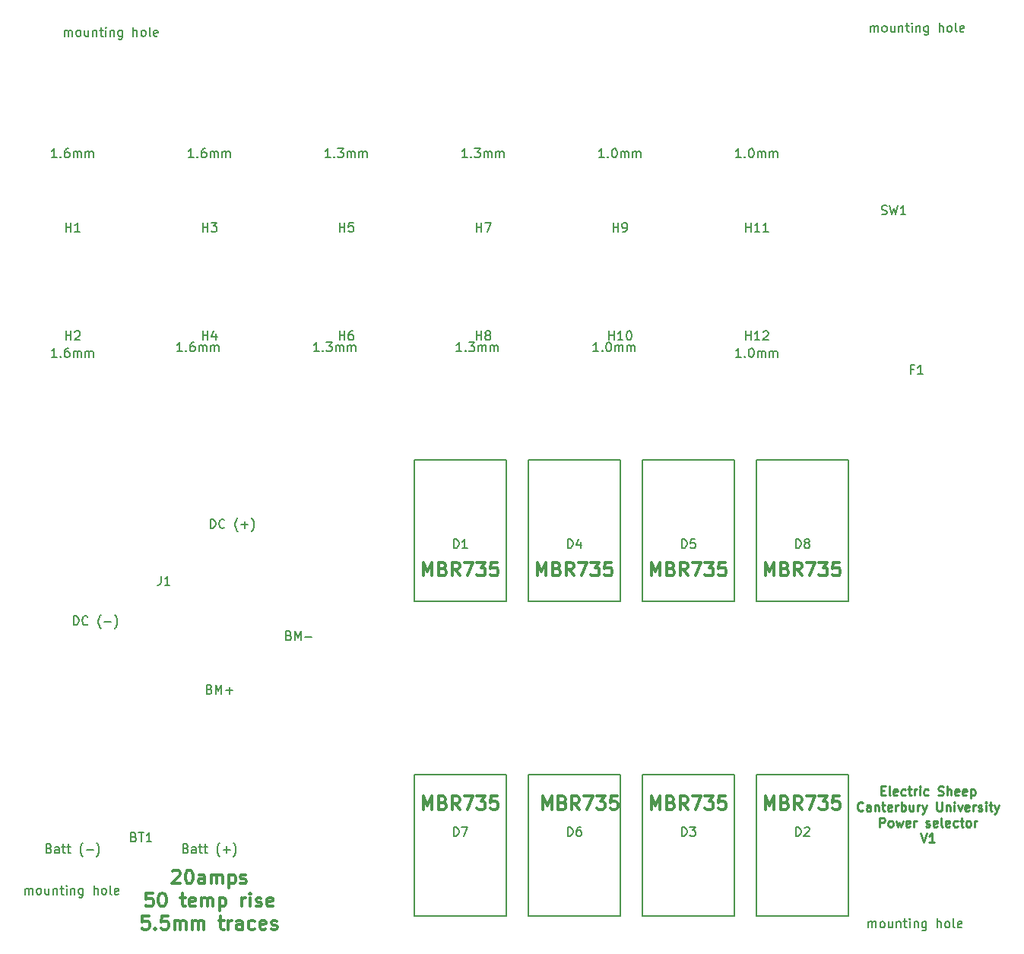
<source format=gto>
G04 #@! TF.GenerationSoftware,KiCad,Pcbnew,(5.0.2)-1*
G04 #@! TF.CreationDate,2019-05-07T10:13:45+12:00*
G04 #@! TF.ProjectId,power selector,706f7765-7220-4736-956c-6563746f722e,rev?*
G04 #@! TF.SameCoordinates,Original*
G04 #@! TF.FileFunction,Legend,Top*
G04 #@! TF.FilePolarity,Positive*
%FSLAX46Y46*%
G04 Gerber Fmt 4.6, Leading zero omitted, Abs format (unit mm)*
G04 Created by KiCad (PCBNEW (5.0.2)-1) date 7/05/2019 10:13:45 AM*
%MOMM*%
%LPD*%
G01*
G04 APERTURE LIST*
%ADD10C,0.150000*%
%ADD11C,0.200000*%
%ADD12C,0.300000*%
%ADD13C,0.250000*%
G04 APERTURE END LIST*
D10*
X93990000Y-101568571D02*
X94132857Y-101616190D01*
X94180476Y-101663809D01*
X94228095Y-101759047D01*
X94228095Y-101901904D01*
X94180476Y-101997142D01*
X94132857Y-102044761D01*
X94037619Y-102092380D01*
X93656666Y-102092380D01*
X93656666Y-101092380D01*
X93990000Y-101092380D01*
X94085238Y-101140000D01*
X94132857Y-101187619D01*
X94180476Y-101282857D01*
X94180476Y-101378095D01*
X94132857Y-101473333D01*
X94085238Y-101520952D01*
X93990000Y-101568571D01*
X93656666Y-101568571D01*
X94656666Y-102092380D02*
X94656666Y-101092380D01*
X94990000Y-101806666D01*
X95323333Y-101092380D01*
X95323333Y-102092380D01*
X95799523Y-101711428D02*
X96561428Y-101711428D01*
X96180476Y-102092380D02*
X96180476Y-101330476D01*
X102825952Y-95593571D02*
X102968809Y-95641190D01*
X103016428Y-95688809D01*
X103064047Y-95784047D01*
X103064047Y-95926904D01*
X103016428Y-96022142D01*
X102968809Y-96069761D01*
X102873571Y-96117380D01*
X102492619Y-96117380D01*
X102492619Y-95117380D01*
X102825952Y-95117380D01*
X102921190Y-95165000D01*
X102968809Y-95212619D01*
X103016428Y-95307857D01*
X103016428Y-95403095D01*
X102968809Y-95498333D01*
X102921190Y-95545952D01*
X102825952Y-95593571D01*
X102492619Y-95593571D01*
X103492619Y-96117380D02*
X103492619Y-95117380D01*
X103825952Y-95831666D01*
X104159285Y-95117380D01*
X104159285Y-96117380D01*
X104635476Y-95736428D02*
X105397380Y-95736428D01*
D11*
X94091428Y-83637380D02*
X94091428Y-82637380D01*
X94329523Y-82637380D01*
X94472380Y-82685000D01*
X94567619Y-82780238D01*
X94615238Y-82875476D01*
X94662857Y-83065952D01*
X94662857Y-83208809D01*
X94615238Y-83399285D01*
X94567619Y-83494523D01*
X94472380Y-83589761D01*
X94329523Y-83637380D01*
X94091428Y-83637380D01*
X95662857Y-83542142D02*
X95615238Y-83589761D01*
X95472380Y-83637380D01*
X95377142Y-83637380D01*
X95234285Y-83589761D01*
X95139047Y-83494523D01*
X95091428Y-83399285D01*
X95043809Y-83208809D01*
X95043809Y-83065952D01*
X95091428Y-82875476D01*
X95139047Y-82780238D01*
X95234285Y-82685000D01*
X95377142Y-82637380D01*
X95472380Y-82637380D01*
X95615238Y-82685000D01*
X95662857Y-82732619D01*
X97139047Y-84018333D02*
X97091428Y-83970714D01*
X96996190Y-83827857D01*
X96948571Y-83732619D01*
X96900952Y-83589761D01*
X96853333Y-83351666D01*
X96853333Y-83161190D01*
X96900952Y-82923095D01*
X96948571Y-82780238D01*
X96996190Y-82685000D01*
X97091428Y-82542142D01*
X97139047Y-82494523D01*
X97520000Y-83256428D02*
X98281904Y-83256428D01*
X97900952Y-83637380D02*
X97900952Y-82875476D01*
X98662857Y-84018333D02*
X98710476Y-83970714D01*
X98805714Y-83827857D01*
X98853333Y-83732619D01*
X98900952Y-83589761D01*
X98948571Y-83351666D01*
X98948571Y-83161190D01*
X98900952Y-82923095D01*
X98853333Y-82780238D01*
X98805714Y-82685000D01*
X98710476Y-82542142D01*
X98662857Y-82494523D01*
X78851428Y-94432380D02*
X78851428Y-93432380D01*
X79089523Y-93432380D01*
X79232380Y-93480000D01*
X79327619Y-93575238D01*
X79375238Y-93670476D01*
X79422857Y-93860952D01*
X79422857Y-94003809D01*
X79375238Y-94194285D01*
X79327619Y-94289523D01*
X79232380Y-94384761D01*
X79089523Y-94432380D01*
X78851428Y-94432380D01*
X80422857Y-94337142D02*
X80375238Y-94384761D01*
X80232380Y-94432380D01*
X80137142Y-94432380D01*
X79994285Y-94384761D01*
X79899047Y-94289523D01*
X79851428Y-94194285D01*
X79803809Y-94003809D01*
X79803809Y-93860952D01*
X79851428Y-93670476D01*
X79899047Y-93575238D01*
X79994285Y-93480000D01*
X80137142Y-93432380D01*
X80232380Y-93432380D01*
X80375238Y-93480000D01*
X80422857Y-93527619D01*
X81899047Y-94813333D02*
X81851428Y-94765714D01*
X81756190Y-94622857D01*
X81708571Y-94527619D01*
X81660952Y-94384761D01*
X81613333Y-94146666D01*
X81613333Y-93956190D01*
X81660952Y-93718095D01*
X81708571Y-93575238D01*
X81756190Y-93480000D01*
X81851428Y-93337142D01*
X81899047Y-93289523D01*
X82280000Y-94051428D02*
X83041904Y-94051428D01*
X83422857Y-94813333D02*
X83470476Y-94765714D01*
X83565714Y-94622857D01*
X83613333Y-94527619D01*
X83660952Y-94384761D01*
X83708571Y-94146666D01*
X83708571Y-93956190D01*
X83660952Y-93718095D01*
X83613333Y-93575238D01*
X83565714Y-93480000D01*
X83470476Y-93337142D01*
X83422857Y-93289523D01*
X91360952Y-119308571D02*
X91503809Y-119356190D01*
X91551428Y-119403809D01*
X91599047Y-119499047D01*
X91599047Y-119641904D01*
X91551428Y-119737142D01*
X91503809Y-119784761D01*
X91408571Y-119832380D01*
X91027619Y-119832380D01*
X91027619Y-118832380D01*
X91360952Y-118832380D01*
X91456190Y-118880000D01*
X91503809Y-118927619D01*
X91551428Y-119022857D01*
X91551428Y-119118095D01*
X91503809Y-119213333D01*
X91456190Y-119260952D01*
X91360952Y-119308571D01*
X91027619Y-119308571D01*
X92456190Y-119832380D02*
X92456190Y-119308571D01*
X92408571Y-119213333D01*
X92313333Y-119165714D01*
X92122857Y-119165714D01*
X92027619Y-119213333D01*
X92456190Y-119784761D02*
X92360952Y-119832380D01*
X92122857Y-119832380D01*
X92027619Y-119784761D01*
X91980000Y-119689523D01*
X91980000Y-119594285D01*
X92027619Y-119499047D01*
X92122857Y-119451428D01*
X92360952Y-119451428D01*
X92456190Y-119403809D01*
X92789523Y-119165714D02*
X93170476Y-119165714D01*
X92932380Y-118832380D02*
X92932380Y-119689523D01*
X92980000Y-119784761D01*
X93075238Y-119832380D01*
X93170476Y-119832380D01*
X93360952Y-119165714D02*
X93741904Y-119165714D01*
X93503809Y-118832380D02*
X93503809Y-119689523D01*
X93551428Y-119784761D01*
X93646666Y-119832380D01*
X93741904Y-119832380D01*
X95122857Y-120213333D02*
X95075238Y-120165714D01*
X94980000Y-120022857D01*
X94932380Y-119927619D01*
X94884761Y-119784761D01*
X94837142Y-119546666D01*
X94837142Y-119356190D01*
X94884761Y-119118095D01*
X94932380Y-118975238D01*
X94980000Y-118880000D01*
X95075238Y-118737142D01*
X95122857Y-118689523D01*
X95503809Y-119451428D02*
X96265714Y-119451428D01*
X95884761Y-119832380D02*
X95884761Y-119070476D01*
X96646666Y-120213333D02*
X96694285Y-120165714D01*
X96789523Y-120022857D01*
X96837142Y-119927619D01*
X96884761Y-119784761D01*
X96932380Y-119546666D01*
X96932380Y-119356190D01*
X96884761Y-119118095D01*
X96837142Y-118975238D01*
X96789523Y-118880000D01*
X96694285Y-118737142D01*
X96646666Y-118689523D01*
X76120952Y-119308571D02*
X76263809Y-119356190D01*
X76311428Y-119403809D01*
X76359047Y-119499047D01*
X76359047Y-119641904D01*
X76311428Y-119737142D01*
X76263809Y-119784761D01*
X76168571Y-119832380D01*
X75787619Y-119832380D01*
X75787619Y-118832380D01*
X76120952Y-118832380D01*
X76216190Y-118880000D01*
X76263809Y-118927619D01*
X76311428Y-119022857D01*
X76311428Y-119118095D01*
X76263809Y-119213333D01*
X76216190Y-119260952D01*
X76120952Y-119308571D01*
X75787619Y-119308571D01*
X77216190Y-119832380D02*
X77216190Y-119308571D01*
X77168571Y-119213333D01*
X77073333Y-119165714D01*
X76882857Y-119165714D01*
X76787619Y-119213333D01*
X77216190Y-119784761D02*
X77120952Y-119832380D01*
X76882857Y-119832380D01*
X76787619Y-119784761D01*
X76740000Y-119689523D01*
X76740000Y-119594285D01*
X76787619Y-119499047D01*
X76882857Y-119451428D01*
X77120952Y-119451428D01*
X77216190Y-119403809D01*
X77549523Y-119165714D02*
X77930476Y-119165714D01*
X77692380Y-118832380D02*
X77692380Y-119689523D01*
X77740000Y-119784761D01*
X77835238Y-119832380D01*
X77930476Y-119832380D01*
X78120952Y-119165714D02*
X78501904Y-119165714D01*
X78263809Y-118832380D02*
X78263809Y-119689523D01*
X78311428Y-119784761D01*
X78406666Y-119832380D01*
X78501904Y-119832380D01*
X79882857Y-120213333D02*
X79835238Y-120165714D01*
X79740000Y-120022857D01*
X79692380Y-119927619D01*
X79644761Y-119784761D01*
X79597142Y-119546666D01*
X79597142Y-119356190D01*
X79644761Y-119118095D01*
X79692380Y-118975238D01*
X79740000Y-118880000D01*
X79835238Y-118737142D01*
X79882857Y-118689523D01*
X80263809Y-119451428D02*
X81025714Y-119451428D01*
X81406666Y-120213333D02*
X81454285Y-120165714D01*
X81549523Y-120022857D01*
X81597142Y-119927619D01*
X81644761Y-119784761D01*
X81692380Y-119546666D01*
X81692380Y-119356190D01*
X81644761Y-119118095D01*
X81597142Y-118975238D01*
X81549523Y-118880000D01*
X81454285Y-118737142D01*
X81406666Y-118689523D01*
X153178095Y-42362380D02*
X152606666Y-42362380D01*
X152892380Y-42362380D02*
X152892380Y-41362380D01*
X152797142Y-41505238D01*
X152701904Y-41600476D01*
X152606666Y-41648095D01*
X153606666Y-42267142D02*
X153654285Y-42314761D01*
X153606666Y-42362380D01*
X153559047Y-42314761D01*
X153606666Y-42267142D01*
X153606666Y-42362380D01*
X154273333Y-41362380D02*
X154368571Y-41362380D01*
X154463809Y-41410000D01*
X154511428Y-41457619D01*
X154559047Y-41552857D01*
X154606666Y-41743333D01*
X154606666Y-41981428D01*
X154559047Y-42171904D01*
X154511428Y-42267142D01*
X154463809Y-42314761D01*
X154368571Y-42362380D01*
X154273333Y-42362380D01*
X154178095Y-42314761D01*
X154130476Y-42267142D01*
X154082857Y-42171904D01*
X154035238Y-41981428D01*
X154035238Y-41743333D01*
X154082857Y-41552857D01*
X154130476Y-41457619D01*
X154178095Y-41410000D01*
X154273333Y-41362380D01*
X155035238Y-42362380D02*
X155035238Y-41695714D01*
X155035238Y-41790952D02*
X155082857Y-41743333D01*
X155178095Y-41695714D01*
X155320952Y-41695714D01*
X155416190Y-41743333D01*
X155463809Y-41838571D01*
X155463809Y-42362380D01*
X155463809Y-41838571D02*
X155511428Y-41743333D01*
X155606666Y-41695714D01*
X155749523Y-41695714D01*
X155844761Y-41743333D01*
X155892380Y-41838571D01*
X155892380Y-42362380D01*
X156368571Y-42362380D02*
X156368571Y-41695714D01*
X156368571Y-41790952D02*
X156416190Y-41743333D01*
X156511428Y-41695714D01*
X156654285Y-41695714D01*
X156749523Y-41743333D01*
X156797142Y-41838571D01*
X156797142Y-42362380D01*
X156797142Y-41838571D02*
X156844761Y-41743333D01*
X156940000Y-41695714D01*
X157082857Y-41695714D01*
X157178095Y-41743333D01*
X157225714Y-41838571D01*
X157225714Y-42362380D01*
X153178095Y-64587380D02*
X152606666Y-64587380D01*
X152892380Y-64587380D02*
X152892380Y-63587380D01*
X152797142Y-63730238D01*
X152701904Y-63825476D01*
X152606666Y-63873095D01*
X153606666Y-64492142D02*
X153654285Y-64539761D01*
X153606666Y-64587380D01*
X153559047Y-64539761D01*
X153606666Y-64492142D01*
X153606666Y-64587380D01*
X154273333Y-63587380D02*
X154368571Y-63587380D01*
X154463809Y-63635000D01*
X154511428Y-63682619D01*
X154559047Y-63777857D01*
X154606666Y-63968333D01*
X154606666Y-64206428D01*
X154559047Y-64396904D01*
X154511428Y-64492142D01*
X154463809Y-64539761D01*
X154368571Y-64587380D01*
X154273333Y-64587380D01*
X154178095Y-64539761D01*
X154130476Y-64492142D01*
X154082857Y-64396904D01*
X154035238Y-64206428D01*
X154035238Y-63968333D01*
X154082857Y-63777857D01*
X154130476Y-63682619D01*
X154178095Y-63635000D01*
X154273333Y-63587380D01*
X155035238Y-64587380D02*
X155035238Y-63920714D01*
X155035238Y-64015952D02*
X155082857Y-63968333D01*
X155178095Y-63920714D01*
X155320952Y-63920714D01*
X155416190Y-63968333D01*
X155463809Y-64063571D01*
X155463809Y-64587380D01*
X155463809Y-64063571D02*
X155511428Y-63968333D01*
X155606666Y-63920714D01*
X155749523Y-63920714D01*
X155844761Y-63968333D01*
X155892380Y-64063571D01*
X155892380Y-64587380D01*
X156368571Y-64587380D02*
X156368571Y-63920714D01*
X156368571Y-64015952D02*
X156416190Y-63968333D01*
X156511428Y-63920714D01*
X156654285Y-63920714D01*
X156749523Y-63968333D01*
X156797142Y-64063571D01*
X156797142Y-64587380D01*
X156797142Y-64063571D02*
X156844761Y-63968333D01*
X156940000Y-63920714D01*
X157082857Y-63920714D01*
X157178095Y-63968333D01*
X157225714Y-64063571D01*
X157225714Y-64587380D01*
X137303095Y-63952380D02*
X136731666Y-63952380D01*
X137017380Y-63952380D02*
X137017380Y-62952380D01*
X136922142Y-63095238D01*
X136826904Y-63190476D01*
X136731666Y-63238095D01*
X137731666Y-63857142D02*
X137779285Y-63904761D01*
X137731666Y-63952380D01*
X137684047Y-63904761D01*
X137731666Y-63857142D01*
X137731666Y-63952380D01*
X138398333Y-62952380D02*
X138493571Y-62952380D01*
X138588809Y-63000000D01*
X138636428Y-63047619D01*
X138684047Y-63142857D01*
X138731666Y-63333333D01*
X138731666Y-63571428D01*
X138684047Y-63761904D01*
X138636428Y-63857142D01*
X138588809Y-63904761D01*
X138493571Y-63952380D01*
X138398333Y-63952380D01*
X138303095Y-63904761D01*
X138255476Y-63857142D01*
X138207857Y-63761904D01*
X138160238Y-63571428D01*
X138160238Y-63333333D01*
X138207857Y-63142857D01*
X138255476Y-63047619D01*
X138303095Y-63000000D01*
X138398333Y-62952380D01*
X139160238Y-63952380D02*
X139160238Y-63285714D01*
X139160238Y-63380952D02*
X139207857Y-63333333D01*
X139303095Y-63285714D01*
X139445952Y-63285714D01*
X139541190Y-63333333D01*
X139588809Y-63428571D01*
X139588809Y-63952380D01*
X139588809Y-63428571D02*
X139636428Y-63333333D01*
X139731666Y-63285714D01*
X139874523Y-63285714D01*
X139969761Y-63333333D01*
X140017380Y-63428571D01*
X140017380Y-63952380D01*
X140493571Y-63952380D02*
X140493571Y-63285714D01*
X140493571Y-63380952D02*
X140541190Y-63333333D01*
X140636428Y-63285714D01*
X140779285Y-63285714D01*
X140874523Y-63333333D01*
X140922142Y-63428571D01*
X140922142Y-63952380D01*
X140922142Y-63428571D02*
X140969761Y-63333333D01*
X141065000Y-63285714D01*
X141207857Y-63285714D01*
X141303095Y-63333333D01*
X141350714Y-63428571D01*
X141350714Y-63952380D01*
X137938095Y-42362380D02*
X137366666Y-42362380D01*
X137652380Y-42362380D02*
X137652380Y-41362380D01*
X137557142Y-41505238D01*
X137461904Y-41600476D01*
X137366666Y-41648095D01*
X138366666Y-42267142D02*
X138414285Y-42314761D01*
X138366666Y-42362380D01*
X138319047Y-42314761D01*
X138366666Y-42267142D01*
X138366666Y-42362380D01*
X139033333Y-41362380D02*
X139128571Y-41362380D01*
X139223809Y-41410000D01*
X139271428Y-41457619D01*
X139319047Y-41552857D01*
X139366666Y-41743333D01*
X139366666Y-41981428D01*
X139319047Y-42171904D01*
X139271428Y-42267142D01*
X139223809Y-42314761D01*
X139128571Y-42362380D01*
X139033333Y-42362380D01*
X138938095Y-42314761D01*
X138890476Y-42267142D01*
X138842857Y-42171904D01*
X138795238Y-41981428D01*
X138795238Y-41743333D01*
X138842857Y-41552857D01*
X138890476Y-41457619D01*
X138938095Y-41410000D01*
X139033333Y-41362380D01*
X139795238Y-42362380D02*
X139795238Y-41695714D01*
X139795238Y-41790952D02*
X139842857Y-41743333D01*
X139938095Y-41695714D01*
X140080952Y-41695714D01*
X140176190Y-41743333D01*
X140223809Y-41838571D01*
X140223809Y-42362380D01*
X140223809Y-41838571D02*
X140271428Y-41743333D01*
X140366666Y-41695714D01*
X140509523Y-41695714D01*
X140604761Y-41743333D01*
X140652380Y-41838571D01*
X140652380Y-42362380D01*
X141128571Y-42362380D02*
X141128571Y-41695714D01*
X141128571Y-41790952D02*
X141176190Y-41743333D01*
X141271428Y-41695714D01*
X141414285Y-41695714D01*
X141509523Y-41743333D01*
X141557142Y-41838571D01*
X141557142Y-42362380D01*
X141557142Y-41838571D02*
X141604761Y-41743333D01*
X141700000Y-41695714D01*
X141842857Y-41695714D01*
X141938095Y-41743333D01*
X141985714Y-41838571D01*
X141985714Y-42362380D01*
X122698095Y-42362380D02*
X122126666Y-42362380D01*
X122412380Y-42362380D02*
X122412380Y-41362380D01*
X122317142Y-41505238D01*
X122221904Y-41600476D01*
X122126666Y-41648095D01*
X123126666Y-42267142D02*
X123174285Y-42314761D01*
X123126666Y-42362380D01*
X123079047Y-42314761D01*
X123126666Y-42267142D01*
X123126666Y-42362380D01*
X123507619Y-41362380D02*
X124126666Y-41362380D01*
X123793333Y-41743333D01*
X123936190Y-41743333D01*
X124031428Y-41790952D01*
X124079047Y-41838571D01*
X124126666Y-41933809D01*
X124126666Y-42171904D01*
X124079047Y-42267142D01*
X124031428Y-42314761D01*
X123936190Y-42362380D01*
X123650476Y-42362380D01*
X123555238Y-42314761D01*
X123507619Y-42267142D01*
X124555238Y-42362380D02*
X124555238Y-41695714D01*
X124555238Y-41790952D02*
X124602857Y-41743333D01*
X124698095Y-41695714D01*
X124840952Y-41695714D01*
X124936190Y-41743333D01*
X124983809Y-41838571D01*
X124983809Y-42362380D01*
X124983809Y-41838571D02*
X125031428Y-41743333D01*
X125126666Y-41695714D01*
X125269523Y-41695714D01*
X125364761Y-41743333D01*
X125412380Y-41838571D01*
X125412380Y-42362380D01*
X125888571Y-42362380D02*
X125888571Y-41695714D01*
X125888571Y-41790952D02*
X125936190Y-41743333D01*
X126031428Y-41695714D01*
X126174285Y-41695714D01*
X126269523Y-41743333D01*
X126317142Y-41838571D01*
X126317142Y-42362380D01*
X126317142Y-41838571D02*
X126364761Y-41743333D01*
X126460000Y-41695714D01*
X126602857Y-41695714D01*
X126698095Y-41743333D01*
X126745714Y-41838571D01*
X126745714Y-42362380D01*
X122063095Y-63952380D02*
X121491666Y-63952380D01*
X121777380Y-63952380D02*
X121777380Y-62952380D01*
X121682142Y-63095238D01*
X121586904Y-63190476D01*
X121491666Y-63238095D01*
X122491666Y-63857142D02*
X122539285Y-63904761D01*
X122491666Y-63952380D01*
X122444047Y-63904761D01*
X122491666Y-63857142D01*
X122491666Y-63952380D01*
X122872619Y-62952380D02*
X123491666Y-62952380D01*
X123158333Y-63333333D01*
X123301190Y-63333333D01*
X123396428Y-63380952D01*
X123444047Y-63428571D01*
X123491666Y-63523809D01*
X123491666Y-63761904D01*
X123444047Y-63857142D01*
X123396428Y-63904761D01*
X123301190Y-63952380D01*
X123015476Y-63952380D01*
X122920238Y-63904761D01*
X122872619Y-63857142D01*
X123920238Y-63952380D02*
X123920238Y-63285714D01*
X123920238Y-63380952D02*
X123967857Y-63333333D01*
X124063095Y-63285714D01*
X124205952Y-63285714D01*
X124301190Y-63333333D01*
X124348809Y-63428571D01*
X124348809Y-63952380D01*
X124348809Y-63428571D02*
X124396428Y-63333333D01*
X124491666Y-63285714D01*
X124634523Y-63285714D01*
X124729761Y-63333333D01*
X124777380Y-63428571D01*
X124777380Y-63952380D01*
X125253571Y-63952380D02*
X125253571Y-63285714D01*
X125253571Y-63380952D02*
X125301190Y-63333333D01*
X125396428Y-63285714D01*
X125539285Y-63285714D01*
X125634523Y-63333333D01*
X125682142Y-63428571D01*
X125682142Y-63952380D01*
X125682142Y-63428571D02*
X125729761Y-63333333D01*
X125825000Y-63285714D01*
X125967857Y-63285714D01*
X126063095Y-63333333D01*
X126110714Y-63428571D01*
X126110714Y-63952380D01*
X106188095Y-63952380D02*
X105616666Y-63952380D01*
X105902380Y-63952380D02*
X105902380Y-62952380D01*
X105807142Y-63095238D01*
X105711904Y-63190476D01*
X105616666Y-63238095D01*
X106616666Y-63857142D02*
X106664285Y-63904761D01*
X106616666Y-63952380D01*
X106569047Y-63904761D01*
X106616666Y-63857142D01*
X106616666Y-63952380D01*
X106997619Y-62952380D02*
X107616666Y-62952380D01*
X107283333Y-63333333D01*
X107426190Y-63333333D01*
X107521428Y-63380952D01*
X107569047Y-63428571D01*
X107616666Y-63523809D01*
X107616666Y-63761904D01*
X107569047Y-63857142D01*
X107521428Y-63904761D01*
X107426190Y-63952380D01*
X107140476Y-63952380D01*
X107045238Y-63904761D01*
X106997619Y-63857142D01*
X108045238Y-63952380D02*
X108045238Y-63285714D01*
X108045238Y-63380952D02*
X108092857Y-63333333D01*
X108188095Y-63285714D01*
X108330952Y-63285714D01*
X108426190Y-63333333D01*
X108473809Y-63428571D01*
X108473809Y-63952380D01*
X108473809Y-63428571D02*
X108521428Y-63333333D01*
X108616666Y-63285714D01*
X108759523Y-63285714D01*
X108854761Y-63333333D01*
X108902380Y-63428571D01*
X108902380Y-63952380D01*
X109378571Y-63952380D02*
X109378571Y-63285714D01*
X109378571Y-63380952D02*
X109426190Y-63333333D01*
X109521428Y-63285714D01*
X109664285Y-63285714D01*
X109759523Y-63333333D01*
X109807142Y-63428571D01*
X109807142Y-63952380D01*
X109807142Y-63428571D02*
X109854761Y-63333333D01*
X109950000Y-63285714D01*
X110092857Y-63285714D01*
X110188095Y-63333333D01*
X110235714Y-63428571D01*
X110235714Y-63952380D01*
X107458095Y-42362380D02*
X106886666Y-42362380D01*
X107172380Y-42362380D02*
X107172380Y-41362380D01*
X107077142Y-41505238D01*
X106981904Y-41600476D01*
X106886666Y-41648095D01*
X107886666Y-42267142D02*
X107934285Y-42314761D01*
X107886666Y-42362380D01*
X107839047Y-42314761D01*
X107886666Y-42267142D01*
X107886666Y-42362380D01*
X108267619Y-41362380D02*
X108886666Y-41362380D01*
X108553333Y-41743333D01*
X108696190Y-41743333D01*
X108791428Y-41790952D01*
X108839047Y-41838571D01*
X108886666Y-41933809D01*
X108886666Y-42171904D01*
X108839047Y-42267142D01*
X108791428Y-42314761D01*
X108696190Y-42362380D01*
X108410476Y-42362380D01*
X108315238Y-42314761D01*
X108267619Y-42267142D01*
X109315238Y-42362380D02*
X109315238Y-41695714D01*
X109315238Y-41790952D02*
X109362857Y-41743333D01*
X109458095Y-41695714D01*
X109600952Y-41695714D01*
X109696190Y-41743333D01*
X109743809Y-41838571D01*
X109743809Y-42362380D01*
X109743809Y-41838571D02*
X109791428Y-41743333D01*
X109886666Y-41695714D01*
X110029523Y-41695714D01*
X110124761Y-41743333D01*
X110172380Y-41838571D01*
X110172380Y-42362380D01*
X110648571Y-42362380D02*
X110648571Y-41695714D01*
X110648571Y-41790952D02*
X110696190Y-41743333D01*
X110791428Y-41695714D01*
X110934285Y-41695714D01*
X111029523Y-41743333D01*
X111077142Y-41838571D01*
X111077142Y-42362380D01*
X111077142Y-41838571D02*
X111124761Y-41743333D01*
X111220000Y-41695714D01*
X111362857Y-41695714D01*
X111458095Y-41743333D01*
X111505714Y-41838571D01*
X111505714Y-42362380D01*
X92218095Y-42362380D02*
X91646666Y-42362380D01*
X91932380Y-42362380D02*
X91932380Y-41362380D01*
X91837142Y-41505238D01*
X91741904Y-41600476D01*
X91646666Y-41648095D01*
X92646666Y-42267142D02*
X92694285Y-42314761D01*
X92646666Y-42362380D01*
X92599047Y-42314761D01*
X92646666Y-42267142D01*
X92646666Y-42362380D01*
X93551428Y-41362380D02*
X93360952Y-41362380D01*
X93265714Y-41410000D01*
X93218095Y-41457619D01*
X93122857Y-41600476D01*
X93075238Y-41790952D01*
X93075238Y-42171904D01*
X93122857Y-42267142D01*
X93170476Y-42314761D01*
X93265714Y-42362380D01*
X93456190Y-42362380D01*
X93551428Y-42314761D01*
X93599047Y-42267142D01*
X93646666Y-42171904D01*
X93646666Y-41933809D01*
X93599047Y-41838571D01*
X93551428Y-41790952D01*
X93456190Y-41743333D01*
X93265714Y-41743333D01*
X93170476Y-41790952D01*
X93122857Y-41838571D01*
X93075238Y-41933809D01*
X94075238Y-42362380D02*
X94075238Y-41695714D01*
X94075238Y-41790952D02*
X94122857Y-41743333D01*
X94218095Y-41695714D01*
X94360952Y-41695714D01*
X94456190Y-41743333D01*
X94503809Y-41838571D01*
X94503809Y-42362380D01*
X94503809Y-41838571D02*
X94551428Y-41743333D01*
X94646666Y-41695714D01*
X94789523Y-41695714D01*
X94884761Y-41743333D01*
X94932380Y-41838571D01*
X94932380Y-42362380D01*
X95408571Y-42362380D02*
X95408571Y-41695714D01*
X95408571Y-41790952D02*
X95456190Y-41743333D01*
X95551428Y-41695714D01*
X95694285Y-41695714D01*
X95789523Y-41743333D01*
X95837142Y-41838571D01*
X95837142Y-42362380D01*
X95837142Y-41838571D02*
X95884761Y-41743333D01*
X95980000Y-41695714D01*
X96122857Y-41695714D01*
X96218095Y-41743333D01*
X96265714Y-41838571D01*
X96265714Y-42362380D01*
X90948095Y-63952380D02*
X90376666Y-63952380D01*
X90662380Y-63952380D02*
X90662380Y-62952380D01*
X90567142Y-63095238D01*
X90471904Y-63190476D01*
X90376666Y-63238095D01*
X91376666Y-63857142D02*
X91424285Y-63904761D01*
X91376666Y-63952380D01*
X91329047Y-63904761D01*
X91376666Y-63857142D01*
X91376666Y-63952380D01*
X92281428Y-62952380D02*
X92090952Y-62952380D01*
X91995714Y-63000000D01*
X91948095Y-63047619D01*
X91852857Y-63190476D01*
X91805238Y-63380952D01*
X91805238Y-63761904D01*
X91852857Y-63857142D01*
X91900476Y-63904761D01*
X91995714Y-63952380D01*
X92186190Y-63952380D01*
X92281428Y-63904761D01*
X92329047Y-63857142D01*
X92376666Y-63761904D01*
X92376666Y-63523809D01*
X92329047Y-63428571D01*
X92281428Y-63380952D01*
X92186190Y-63333333D01*
X91995714Y-63333333D01*
X91900476Y-63380952D01*
X91852857Y-63428571D01*
X91805238Y-63523809D01*
X92805238Y-63952380D02*
X92805238Y-63285714D01*
X92805238Y-63380952D02*
X92852857Y-63333333D01*
X92948095Y-63285714D01*
X93090952Y-63285714D01*
X93186190Y-63333333D01*
X93233809Y-63428571D01*
X93233809Y-63952380D01*
X93233809Y-63428571D02*
X93281428Y-63333333D01*
X93376666Y-63285714D01*
X93519523Y-63285714D01*
X93614761Y-63333333D01*
X93662380Y-63428571D01*
X93662380Y-63952380D01*
X94138571Y-63952380D02*
X94138571Y-63285714D01*
X94138571Y-63380952D02*
X94186190Y-63333333D01*
X94281428Y-63285714D01*
X94424285Y-63285714D01*
X94519523Y-63333333D01*
X94567142Y-63428571D01*
X94567142Y-63952380D01*
X94567142Y-63428571D02*
X94614761Y-63333333D01*
X94710000Y-63285714D01*
X94852857Y-63285714D01*
X94948095Y-63333333D01*
X94995714Y-63428571D01*
X94995714Y-63952380D01*
X76978095Y-64587380D02*
X76406666Y-64587380D01*
X76692380Y-64587380D02*
X76692380Y-63587380D01*
X76597142Y-63730238D01*
X76501904Y-63825476D01*
X76406666Y-63873095D01*
X77406666Y-64492142D02*
X77454285Y-64539761D01*
X77406666Y-64587380D01*
X77359047Y-64539761D01*
X77406666Y-64492142D01*
X77406666Y-64587380D01*
X78311428Y-63587380D02*
X78120952Y-63587380D01*
X78025714Y-63635000D01*
X77978095Y-63682619D01*
X77882857Y-63825476D01*
X77835238Y-64015952D01*
X77835238Y-64396904D01*
X77882857Y-64492142D01*
X77930476Y-64539761D01*
X78025714Y-64587380D01*
X78216190Y-64587380D01*
X78311428Y-64539761D01*
X78359047Y-64492142D01*
X78406666Y-64396904D01*
X78406666Y-64158809D01*
X78359047Y-64063571D01*
X78311428Y-64015952D01*
X78216190Y-63968333D01*
X78025714Y-63968333D01*
X77930476Y-64015952D01*
X77882857Y-64063571D01*
X77835238Y-64158809D01*
X78835238Y-64587380D02*
X78835238Y-63920714D01*
X78835238Y-64015952D02*
X78882857Y-63968333D01*
X78978095Y-63920714D01*
X79120952Y-63920714D01*
X79216190Y-63968333D01*
X79263809Y-64063571D01*
X79263809Y-64587380D01*
X79263809Y-64063571D02*
X79311428Y-63968333D01*
X79406666Y-63920714D01*
X79549523Y-63920714D01*
X79644761Y-63968333D01*
X79692380Y-64063571D01*
X79692380Y-64587380D01*
X80168571Y-64587380D02*
X80168571Y-63920714D01*
X80168571Y-64015952D02*
X80216190Y-63968333D01*
X80311428Y-63920714D01*
X80454285Y-63920714D01*
X80549523Y-63968333D01*
X80597142Y-64063571D01*
X80597142Y-64587380D01*
X80597142Y-64063571D02*
X80644761Y-63968333D01*
X80740000Y-63920714D01*
X80882857Y-63920714D01*
X80978095Y-63968333D01*
X81025714Y-64063571D01*
X81025714Y-64587380D01*
X76978095Y-42362380D02*
X76406666Y-42362380D01*
X76692380Y-42362380D02*
X76692380Y-41362380D01*
X76597142Y-41505238D01*
X76501904Y-41600476D01*
X76406666Y-41648095D01*
X77406666Y-42267142D02*
X77454285Y-42314761D01*
X77406666Y-42362380D01*
X77359047Y-42314761D01*
X77406666Y-42267142D01*
X77406666Y-42362380D01*
X78311428Y-41362380D02*
X78120952Y-41362380D01*
X78025714Y-41410000D01*
X77978095Y-41457619D01*
X77882857Y-41600476D01*
X77835238Y-41790952D01*
X77835238Y-42171904D01*
X77882857Y-42267142D01*
X77930476Y-42314761D01*
X78025714Y-42362380D01*
X78216190Y-42362380D01*
X78311428Y-42314761D01*
X78359047Y-42267142D01*
X78406666Y-42171904D01*
X78406666Y-41933809D01*
X78359047Y-41838571D01*
X78311428Y-41790952D01*
X78216190Y-41743333D01*
X78025714Y-41743333D01*
X77930476Y-41790952D01*
X77882857Y-41838571D01*
X77835238Y-41933809D01*
X78835238Y-42362380D02*
X78835238Y-41695714D01*
X78835238Y-41790952D02*
X78882857Y-41743333D01*
X78978095Y-41695714D01*
X79120952Y-41695714D01*
X79216190Y-41743333D01*
X79263809Y-41838571D01*
X79263809Y-42362380D01*
X79263809Y-41838571D02*
X79311428Y-41743333D01*
X79406666Y-41695714D01*
X79549523Y-41695714D01*
X79644761Y-41743333D01*
X79692380Y-41838571D01*
X79692380Y-42362380D01*
X80168571Y-42362380D02*
X80168571Y-41695714D01*
X80168571Y-41790952D02*
X80216190Y-41743333D01*
X80311428Y-41695714D01*
X80454285Y-41695714D01*
X80549523Y-41743333D01*
X80597142Y-41838571D01*
X80597142Y-42362380D01*
X80597142Y-41838571D02*
X80644761Y-41743333D01*
X80740000Y-41695714D01*
X80882857Y-41695714D01*
X80978095Y-41743333D01*
X81025714Y-41838571D01*
X81025714Y-42362380D01*
D12*
X89872857Y-121866428D02*
X89944285Y-121795000D01*
X90087142Y-121723571D01*
X90444285Y-121723571D01*
X90587142Y-121795000D01*
X90658571Y-121866428D01*
X90730000Y-122009285D01*
X90730000Y-122152142D01*
X90658571Y-122366428D01*
X89801428Y-123223571D01*
X90730000Y-123223571D01*
X91658571Y-121723571D02*
X91801428Y-121723571D01*
X91944285Y-121795000D01*
X92015714Y-121866428D01*
X92087142Y-122009285D01*
X92158571Y-122295000D01*
X92158571Y-122652142D01*
X92087142Y-122937857D01*
X92015714Y-123080714D01*
X91944285Y-123152142D01*
X91801428Y-123223571D01*
X91658571Y-123223571D01*
X91515714Y-123152142D01*
X91444285Y-123080714D01*
X91372857Y-122937857D01*
X91301428Y-122652142D01*
X91301428Y-122295000D01*
X91372857Y-122009285D01*
X91444285Y-121866428D01*
X91515714Y-121795000D01*
X91658571Y-121723571D01*
X93444285Y-123223571D02*
X93444285Y-122437857D01*
X93372857Y-122295000D01*
X93230000Y-122223571D01*
X92944285Y-122223571D01*
X92801428Y-122295000D01*
X93444285Y-123152142D02*
X93301428Y-123223571D01*
X92944285Y-123223571D01*
X92801428Y-123152142D01*
X92730000Y-123009285D01*
X92730000Y-122866428D01*
X92801428Y-122723571D01*
X92944285Y-122652142D01*
X93301428Y-122652142D01*
X93444285Y-122580714D01*
X94158571Y-123223571D02*
X94158571Y-122223571D01*
X94158571Y-122366428D02*
X94230000Y-122295000D01*
X94372857Y-122223571D01*
X94587142Y-122223571D01*
X94730000Y-122295000D01*
X94801428Y-122437857D01*
X94801428Y-123223571D01*
X94801428Y-122437857D02*
X94872857Y-122295000D01*
X95015714Y-122223571D01*
X95230000Y-122223571D01*
X95372857Y-122295000D01*
X95444285Y-122437857D01*
X95444285Y-123223571D01*
X96158571Y-122223571D02*
X96158571Y-123723571D01*
X96158571Y-122295000D02*
X96301428Y-122223571D01*
X96587142Y-122223571D01*
X96730000Y-122295000D01*
X96801428Y-122366428D01*
X96872857Y-122509285D01*
X96872857Y-122937857D01*
X96801428Y-123080714D01*
X96730000Y-123152142D01*
X96587142Y-123223571D01*
X96301428Y-123223571D01*
X96158571Y-123152142D01*
X97444285Y-123152142D02*
X97587142Y-123223571D01*
X97872857Y-123223571D01*
X98015714Y-123152142D01*
X98087142Y-123009285D01*
X98087142Y-122937857D01*
X98015714Y-122795000D01*
X97872857Y-122723571D01*
X97658571Y-122723571D01*
X97515714Y-122652142D01*
X97444285Y-122509285D01*
X97444285Y-122437857D01*
X97515714Y-122295000D01*
X97658571Y-122223571D01*
X97872857Y-122223571D01*
X98015714Y-122295000D01*
X87658571Y-124273571D02*
X86944285Y-124273571D01*
X86872857Y-124987857D01*
X86944285Y-124916428D01*
X87087142Y-124845000D01*
X87444285Y-124845000D01*
X87587142Y-124916428D01*
X87658571Y-124987857D01*
X87730000Y-125130714D01*
X87730000Y-125487857D01*
X87658571Y-125630714D01*
X87587142Y-125702142D01*
X87444285Y-125773571D01*
X87087142Y-125773571D01*
X86944285Y-125702142D01*
X86872857Y-125630714D01*
X88658571Y-124273571D02*
X88801428Y-124273571D01*
X88944285Y-124345000D01*
X89015714Y-124416428D01*
X89087142Y-124559285D01*
X89158571Y-124845000D01*
X89158571Y-125202142D01*
X89087142Y-125487857D01*
X89015714Y-125630714D01*
X88944285Y-125702142D01*
X88801428Y-125773571D01*
X88658571Y-125773571D01*
X88515714Y-125702142D01*
X88444285Y-125630714D01*
X88372857Y-125487857D01*
X88301428Y-125202142D01*
X88301428Y-124845000D01*
X88372857Y-124559285D01*
X88444285Y-124416428D01*
X88515714Y-124345000D01*
X88658571Y-124273571D01*
X90730000Y-124773571D02*
X91301428Y-124773571D01*
X90944285Y-124273571D02*
X90944285Y-125559285D01*
X91015714Y-125702142D01*
X91158571Y-125773571D01*
X91301428Y-125773571D01*
X92372857Y-125702142D02*
X92230000Y-125773571D01*
X91944285Y-125773571D01*
X91801428Y-125702142D01*
X91730000Y-125559285D01*
X91730000Y-124987857D01*
X91801428Y-124845000D01*
X91944285Y-124773571D01*
X92230000Y-124773571D01*
X92372857Y-124845000D01*
X92444285Y-124987857D01*
X92444285Y-125130714D01*
X91730000Y-125273571D01*
X93087142Y-125773571D02*
X93087142Y-124773571D01*
X93087142Y-124916428D02*
X93158571Y-124845000D01*
X93301428Y-124773571D01*
X93515714Y-124773571D01*
X93658571Y-124845000D01*
X93730000Y-124987857D01*
X93730000Y-125773571D01*
X93730000Y-124987857D02*
X93801428Y-124845000D01*
X93944285Y-124773571D01*
X94158571Y-124773571D01*
X94301428Y-124845000D01*
X94372857Y-124987857D01*
X94372857Y-125773571D01*
X95087142Y-124773571D02*
X95087142Y-126273571D01*
X95087142Y-124845000D02*
X95230000Y-124773571D01*
X95515714Y-124773571D01*
X95658571Y-124845000D01*
X95730000Y-124916428D01*
X95801428Y-125059285D01*
X95801428Y-125487857D01*
X95730000Y-125630714D01*
X95658571Y-125702142D01*
X95515714Y-125773571D01*
X95230000Y-125773571D01*
X95087142Y-125702142D01*
X97587142Y-125773571D02*
X97587142Y-124773571D01*
X97587142Y-125059285D02*
X97658571Y-124916428D01*
X97730000Y-124845000D01*
X97872857Y-124773571D01*
X98015714Y-124773571D01*
X98515714Y-125773571D02*
X98515714Y-124773571D01*
X98515714Y-124273571D02*
X98444285Y-124345000D01*
X98515714Y-124416428D01*
X98587142Y-124345000D01*
X98515714Y-124273571D01*
X98515714Y-124416428D01*
X99158571Y-125702142D02*
X99301428Y-125773571D01*
X99587142Y-125773571D01*
X99730000Y-125702142D01*
X99801428Y-125559285D01*
X99801428Y-125487857D01*
X99730000Y-125345000D01*
X99587142Y-125273571D01*
X99372857Y-125273571D01*
X99230000Y-125202142D01*
X99158571Y-125059285D01*
X99158571Y-124987857D01*
X99230000Y-124845000D01*
X99372857Y-124773571D01*
X99587142Y-124773571D01*
X99730000Y-124845000D01*
X101015714Y-125702142D02*
X100872857Y-125773571D01*
X100587142Y-125773571D01*
X100444285Y-125702142D01*
X100372857Y-125559285D01*
X100372857Y-124987857D01*
X100444285Y-124845000D01*
X100587142Y-124773571D01*
X100872857Y-124773571D01*
X101015714Y-124845000D01*
X101087142Y-124987857D01*
X101087142Y-125130714D01*
X100372857Y-125273571D01*
X87230000Y-126823571D02*
X86515714Y-126823571D01*
X86444285Y-127537857D01*
X86515714Y-127466428D01*
X86658571Y-127395000D01*
X87015714Y-127395000D01*
X87158571Y-127466428D01*
X87230000Y-127537857D01*
X87301428Y-127680714D01*
X87301428Y-128037857D01*
X87230000Y-128180714D01*
X87158571Y-128252142D01*
X87015714Y-128323571D01*
X86658571Y-128323571D01*
X86515714Y-128252142D01*
X86444285Y-128180714D01*
X87944285Y-128180714D02*
X88015714Y-128252142D01*
X87944285Y-128323571D01*
X87872857Y-128252142D01*
X87944285Y-128180714D01*
X87944285Y-128323571D01*
X89372857Y-126823571D02*
X88658571Y-126823571D01*
X88587142Y-127537857D01*
X88658571Y-127466428D01*
X88801428Y-127395000D01*
X89158571Y-127395000D01*
X89301428Y-127466428D01*
X89372857Y-127537857D01*
X89444285Y-127680714D01*
X89444285Y-128037857D01*
X89372857Y-128180714D01*
X89301428Y-128252142D01*
X89158571Y-128323571D01*
X88801428Y-128323571D01*
X88658571Y-128252142D01*
X88587142Y-128180714D01*
X90087142Y-128323571D02*
X90087142Y-127323571D01*
X90087142Y-127466428D02*
X90158571Y-127395000D01*
X90301428Y-127323571D01*
X90515714Y-127323571D01*
X90658571Y-127395000D01*
X90730000Y-127537857D01*
X90730000Y-128323571D01*
X90730000Y-127537857D02*
X90801428Y-127395000D01*
X90944285Y-127323571D01*
X91158571Y-127323571D01*
X91301428Y-127395000D01*
X91372857Y-127537857D01*
X91372857Y-128323571D01*
X92087142Y-128323571D02*
X92087142Y-127323571D01*
X92087142Y-127466428D02*
X92158571Y-127395000D01*
X92301428Y-127323571D01*
X92515714Y-127323571D01*
X92658571Y-127395000D01*
X92730000Y-127537857D01*
X92730000Y-128323571D01*
X92730000Y-127537857D02*
X92801428Y-127395000D01*
X92944285Y-127323571D01*
X93158571Y-127323571D01*
X93301428Y-127395000D01*
X93372857Y-127537857D01*
X93372857Y-128323571D01*
X95015714Y-127323571D02*
X95587142Y-127323571D01*
X95230000Y-126823571D02*
X95230000Y-128109285D01*
X95301428Y-128252142D01*
X95444285Y-128323571D01*
X95587142Y-128323571D01*
X96087142Y-128323571D02*
X96087142Y-127323571D01*
X96087142Y-127609285D02*
X96158571Y-127466428D01*
X96230000Y-127395000D01*
X96372857Y-127323571D01*
X96515714Y-127323571D01*
X97658571Y-128323571D02*
X97658571Y-127537857D01*
X97587142Y-127395000D01*
X97444285Y-127323571D01*
X97158571Y-127323571D01*
X97015714Y-127395000D01*
X97658571Y-128252142D02*
X97515714Y-128323571D01*
X97158571Y-128323571D01*
X97015714Y-128252142D01*
X96944285Y-128109285D01*
X96944285Y-127966428D01*
X97015714Y-127823571D01*
X97158571Y-127752142D01*
X97515714Y-127752142D01*
X97658571Y-127680714D01*
X99015714Y-128252142D02*
X98872857Y-128323571D01*
X98587142Y-128323571D01*
X98444285Y-128252142D01*
X98372857Y-128180714D01*
X98301428Y-128037857D01*
X98301428Y-127609285D01*
X98372857Y-127466428D01*
X98444285Y-127395000D01*
X98587142Y-127323571D01*
X98872857Y-127323571D01*
X99015714Y-127395000D01*
X100230000Y-128252142D02*
X100087142Y-128323571D01*
X99801428Y-128323571D01*
X99658571Y-128252142D01*
X99587142Y-128109285D01*
X99587142Y-127537857D01*
X99658571Y-127395000D01*
X99801428Y-127323571D01*
X100087142Y-127323571D01*
X100230000Y-127395000D01*
X100301428Y-127537857D01*
X100301428Y-127680714D01*
X99587142Y-127823571D01*
X100872857Y-128252142D02*
X101015714Y-128323571D01*
X101301428Y-128323571D01*
X101444285Y-128252142D01*
X101515714Y-128109285D01*
X101515714Y-128037857D01*
X101444285Y-127895000D01*
X101301428Y-127823571D01*
X101087142Y-127823571D01*
X100944285Y-127752142D01*
X100872857Y-127609285D01*
X100872857Y-127537857D01*
X100944285Y-127395000D01*
X101087142Y-127323571D01*
X101301428Y-127323571D01*
X101444285Y-127395000D01*
D13*
X168775714Y-112873571D02*
X169109047Y-112873571D01*
X169251904Y-113397380D02*
X168775714Y-113397380D01*
X168775714Y-112397380D01*
X169251904Y-112397380D01*
X169823333Y-113397380D02*
X169728095Y-113349761D01*
X169680476Y-113254523D01*
X169680476Y-112397380D01*
X170585238Y-113349761D02*
X170490000Y-113397380D01*
X170299523Y-113397380D01*
X170204285Y-113349761D01*
X170156666Y-113254523D01*
X170156666Y-112873571D01*
X170204285Y-112778333D01*
X170299523Y-112730714D01*
X170490000Y-112730714D01*
X170585238Y-112778333D01*
X170632857Y-112873571D01*
X170632857Y-112968809D01*
X170156666Y-113064047D01*
X171490000Y-113349761D02*
X171394761Y-113397380D01*
X171204285Y-113397380D01*
X171109047Y-113349761D01*
X171061428Y-113302142D01*
X171013809Y-113206904D01*
X171013809Y-112921190D01*
X171061428Y-112825952D01*
X171109047Y-112778333D01*
X171204285Y-112730714D01*
X171394761Y-112730714D01*
X171490000Y-112778333D01*
X171775714Y-112730714D02*
X172156666Y-112730714D01*
X171918571Y-112397380D02*
X171918571Y-113254523D01*
X171966190Y-113349761D01*
X172061428Y-113397380D01*
X172156666Y-113397380D01*
X172490000Y-113397380D02*
X172490000Y-112730714D01*
X172490000Y-112921190D02*
X172537619Y-112825952D01*
X172585238Y-112778333D01*
X172680476Y-112730714D01*
X172775714Y-112730714D01*
X173109047Y-113397380D02*
X173109047Y-112730714D01*
X173109047Y-112397380D02*
X173061428Y-112445000D01*
X173109047Y-112492619D01*
X173156666Y-112445000D01*
X173109047Y-112397380D01*
X173109047Y-112492619D01*
X174013809Y-113349761D02*
X173918571Y-113397380D01*
X173728095Y-113397380D01*
X173632857Y-113349761D01*
X173585238Y-113302142D01*
X173537619Y-113206904D01*
X173537619Y-112921190D01*
X173585238Y-112825952D01*
X173632857Y-112778333D01*
X173728095Y-112730714D01*
X173918571Y-112730714D01*
X174013809Y-112778333D01*
X175156666Y-113349761D02*
X175299523Y-113397380D01*
X175537619Y-113397380D01*
X175632857Y-113349761D01*
X175680476Y-113302142D01*
X175728095Y-113206904D01*
X175728095Y-113111666D01*
X175680476Y-113016428D01*
X175632857Y-112968809D01*
X175537619Y-112921190D01*
X175347142Y-112873571D01*
X175251904Y-112825952D01*
X175204285Y-112778333D01*
X175156666Y-112683095D01*
X175156666Y-112587857D01*
X175204285Y-112492619D01*
X175251904Y-112445000D01*
X175347142Y-112397380D01*
X175585238Y-112397380D01*
X175728095Y-112445000D01*
X176156666Y-113397380D02*
X176156666Y-112397380D01*
X176585238Y-113397380D02*
X176585238Y-112873571D01*
X176537619Y-112778333D01*
X176442380Y-112730714D01*
X176299523Y-112730714D01*
X176204285Y-112778333D01*
X176156666Y-112825952D01*
X177442380Y-113349761D02*
X177347142Y-113397380D01*
X177156666Y-113397380D01*
X177061428Y-113349761D01*
X177013809Y-113254523D01*
X177013809Y-112873571D01*
X177061428Y-112778333D01*
X177156666Y-112730714D01*
X177347142Y-112730714D01*
X177442380Y-112778333D01*
X177490000Y-112873571D01*
X177490000Y-112968809D01*
X177013809Y-113064047D01*
X178299523Y-113349761D02*
X178204285Y-113397380D01*
X178013809Y-113397380D01*
X177918571Y-113349761D01*
X177870952Y-113254523D01*
X177870952Y-112873571D01*
X177918571Y-112778333D01*
X178013809Y-112730714D01*
X178204285Y-112730714D01*
X178299523Y-112778333D01*
X178347142Y-112873571D01*
X178347142Y-112968809D01*
X177870952Y-113064047D01*
X178775714Y-112730714D02*
X178775714Y-113730714D01*
X178775714Y-112778333D02*
X178870952Y-112730714D01*
X179061428Y-112730714D01*
X179156666Y-112778333D01*
X179204285Y-112825952D01*
X179251904Y-112921190D01*
X179251904Y-113206904D01*
X179204285Y-113302142D01*
X179156666Y-113349761D01*
X179061428Y-113397380D01*
X178870952Y-113397380D01*
X178775714Y-113349761D01*
X166751904Y-115052142D02*
X166704285Y-115099761D01*
X166561428Y-115147380D01*
X166466190Y-115147380D01*
X166323333Y-115099761D01*
X166228095Y-115004523D01*
X166180476Y-114909285D01*
X166132857Y-114718809D01*
X166132857Y-114575952D01*
X166180476Y-114385476D01*
X166228095Y-114290238D01*
X166323333Y-114195000D01*
X166466190Y-114147380D01*
X166561428Y-114147380D01*
X166704285Y-114195000D01*
X166751904Y-114242619D01*
X167609047Y-115147380D02*
X167609047Y-114623571D01*
X167561428Y-114528333D01*
X167466190Y-114480714D01*
X167275714Y-114480714D01*
X167180476Y-114528333D01*
X167609047Y-115099761D02*
X167513809Y-115147380D01*
X167275714Y-115147380D01*
X167180476Y-115099761D01*
X167132857Y-115004523D01*
X167132857Y-114909285D01*
X167180476Y-114814047D01*
X167275714Y-114766428D01*
X167513809Y-114766428D01*
X167609047Y-114718809D01*
X168085238Y-114480714D02*
X168085238Y-115147380D01*
X168085238Y-114575952D02*
X168132857Y-114528333D01*
X168228095Y-114480714D01*
X168370952Y-114480714D01*
X168466190Y-114528333D01*
X168513809Y-114623571D01*
X168513809Y-115147380D01*
X168847142Y-114480714D02*
X169228095Y-114480714D01*
X168990000Y-114147380D02*
X168990000Y-115004523D01*
X169037619Y-115099761D01*
X169132857Y-115147380D01*
X169228095Y-115147380D01*
X169942380Y-115099761D02*
X169847142Y-115147380D01*
X169656666Y-115147380D01*
X169561428Y-115099761D01*
X169513809Y-115004523D01*
X169513809Y-114623571D01*
X169561428Y-114528333D01*
X169656666Y-114480714D01*
X169847142Y-114480714D01*
X169942380Y-114528333D01*
X169990000Y-114623571D01*
X169990000Y-114718809D01*
X169513809Y-114814047D01*
X170418571Y-115147380D02*
X170418571Y-114480714D01*
X170418571Y-114671190D02*
X170466190Y-114575952D01*
X170513809Y-114528333D01*
X170609047Y-114480714D01*
X170704285Y-114480714D01*
X171037619Y-115147380D02*
X171037619Y-114147380D01*
X171037619Y-114528333D02*
X171132857Y-114480714D01*
X171323333Y-114480714D01*
X171418571Y-114528333D01*
X171466190Y-114575952D01*
X171513809Y-114671190D01*
X171513809Y-114956904D01*
X171466190Y-115052142D01*
X171418571Y-115099761D01*
X171323333Y-115147380D01*
X171132857Y-115147380D01*
X171037619Y-115099761D01*
X172370952Y-114480714D02*
X172370952Y-115147380D01*
X171942380Y-114480714D02*
X171942380Y-115004523D01*
X171990000Y-115099761D01*
X172085238Y-115147380D01*
X172228095Y-115147380D01*
X172323333Y-115099761D01*
X172370952Y-115052142D01*
X172847142Y-115147380D02*
X172847142Y-114480714D01*
X172847142Y-114671190D02*
X172894761Y-114575952D01*
X172942380Y-114528333D01*
X173037619Y-114480714D01*
X173132857Y-114480714D01*
X173370952Y-114480714D02*
X173609047Y-115147380D01*
X173847142Y-114480714D02*
X173609047Y-115147380D01*
X173513809Y-115385476D01*
X173466190Y-115433095D01*
X173370952Y-115480714D01*
X174990000Y-114147380D02*
X174990000Y-114956904D01*
X175037619Y-115052142D01*
X175085238Y-115099761D01*
X175180476Y-115147380D01*
X175370952Y-115147380D01*
X175466190Y-115099761D01*
X175513809Y-115052142D01*
X175561428Y-114956904D01*
X175561428Y-114147380D01*
X176037619Y-114480714D02*
X176037619Y-115147380D01*
X176037619Y-114575952D02*
X176085238Y-114528333D01*
X176180476Y-114480714D01*
X176323333Y-114480714D01*
X176418571Y-114528333D01*
X176466190Y-114623571D01*
X176466190Y-115147380D01*
X176942380Y-115147380D02*
X176942380Y-114480714D01*
X176942380Y-114147380D02*
X176894761Y-114195000D01*
X176942380Y-114242619D01*
X176990000Y-114195000D01*
X176942380Y-114147380D01*
X176942380Y-114242619D01*
X177323333Y-114480714D02*
X177561428Y-115147380D01*
X177799523Y-114480714D01*
X178561428Y-115099761D02*
X178466190Y-115147380D01*
X178275714Y-115147380D01*
X178180476Y-115099761D01*
X178132857Y-115004523D01*
X178132857Y-114623571D01*
X178180476Y-114528333D01*
X178275714Y-114480714D01*
X178466190Y-114480714D01*
X178561428Y-114528333D01*
X178609047Y-114623571D01*
X178609047Y-114718809D01*
X178132857Y-114814047D01*
X179037619Y-115147380D02*
X179037619Y-114480714D01*
X179037619Y-114671190D02*
X179085238Y-114575952D01*
X179132857Y-114528333D01*
X179228095Y-114480714D01*
X179323333Y-114480714D01*
X179609047Y-115099761D02*
X179704285Y-115147380D01*
X179894761Y-115147380D01*
X179990000Y-115099761D01*
X180037619Y-115004523D01*
X180037619Y-114956904D01*
X179990000Y-114861666D01*
X179894761Y-114814047D01*
X179751904Y-114814047D01*
X179656666Y-114766428D01*
X179609047Y-114671190D01*
X179609047Y-114623571D01*
X179656666Y-114528333D01*
X179751904Y-114480714D01*
X179894761Y-114480714D01*
X179990000Y-114528333D01*
X180466190Y-115147380D02*
X180466190Y-114480714D01*
X180466190Y-114147380D02*
X180418571Y-114195000D01*
X180466190Y-114242619D01*
X180513809Y-114195000D01*
X180466190Y-114147380D01*
X180466190Y-114242619D01*
X180799523Y-114480714D02*
X181180476Y-114480714D01*
X180942380Y-114147380D02*
X180942380Y-115004523D01*
X180990000Y-115099761D01*
X181085238Y-115147380D01*
X181180476Y-115147380D01*
X181418571Y-114480714D02*
X181656666Y-115147380D01*
X181894761Y-114480714D02*
X181656666Y-115147380D01*
X181561428Y-115385476D01*
X181513809Y-115433095D01*
X181418571Y-115480714D01*
X168632857Y-116897380D02*
X168632857Y-115897380D01*
X169013809Y-115897380D01*
X169109047Y-115945000D01*
X169156666Y-115992619D01*
X169204285Y-116087857D01*
X169204285Y-116230714D01*
X169156666Y-116325952D01*
X169109047Y-116373571D01*
X169013809Y-116421190D01*
X168632857Y-116421190D01*
X169775714Y-116897380D02*
X169680476Y-116849761D01*
X169632857Y-116802142D01*
X169585238Y-116706904D01*
X169585238Y-116421190D01*
X169632857Y-116325952D01*
X169680476Y-116278333D01*
X169775714Y-116230714D01*
X169918571Y-116230714D01*
X170013809Y-116278333D01*
X170061428Y-116325952D01*
X170109047Y-116421190D01*
X170109047Y-116706904D01*
X170061428Y-116802142D01*
X170013809Y-116849761D01*
X169918571Y-116897380D01*
X169775714Y-116897380D01*
X170442380Y-116230714D02*
X170632857Y-116897380D01*
X170823333Y-116421190D01*
X171013809Y-116897380D01*
X171204285Y-116230714D01*
X171966190Y-116849761D02*
X171870952Y-116897380D01*
X171680476Y-116897380D01*
X171585238Y-116849761D01*
X171537619Y-116754523D01*
X171537619Y-116373571D01*
X171585238Y-116278333D01*
X171680476Y-116230714D01*
X171870952Y-116230714D01*
X171966190Y-116278333D01*
X172013809Y-116373571D01*
X172013809Y-116468809D01*
X171537619Y-116564047D01*
X172442380Y-116897380D02*
X172442380Y-116230714D01*
X172442380Y-116421190D02*
X172490000Y-116325952D01*
X172537619Y-116278333D01*
X172632857Y-116230714D01*
X172728095Y-116230714D01*
X173775714Y-116849761D02*
X173870952Y-116897380D01*
X174061428Y-116897380D01*
X174156666Y-116849761D01*
X174204285Y-116754523D01*
X174204285Y-116706904D01*
X174156666Y-116611666D01*
X174061428Y-116564047D01*
X173918571Y-116564047D01*
X173823333Y-116516428D01*
X173775714Y-116421190D01*
X173775714Y-116373571D01*
X173823333Y-116278333D01*
X173918571Y-116230714D01*
X174061428Y-116230714D01*
X174156666Y-116278333D01*
X175013809Y-116849761D02*
X174918571Y-116897380D01*
X174728095Y-116897380D01*
X174632857Y-116849761D01*
X174585238Y-116754523D01*
X174585238Y-116373571D01*
X174632857Y-116278333D01*
X174728095Y-116230714D01*
X174918571Y-116230714D01*
X175013809Y-116278333D01*
X175061428Y-116373571D01*
X175061428Y-116468809D01*
X174585238Y-116564047D01*
X175632857Y-116897380D02*
X175537619Y-116849761D01*
X175490000Y-116754523D01*
X175490000Y-115897380D01*
X176394761Y-116849761D02*
X176299523Y-116897380D01*
X176109047Y-116897380D01*
X176013809Y-116849761D01*
X175966190Y-116754523D01*
X175966190Y-116373571D01*
X176013809Y-116278333D01*
X176109047Y-116230714D01*
X176299523Y-116230714D01*
X176394761Y-116278333D01*
X176442380Y-116373571D01*
X176442380Y-116468809D01*
X175966190Y-116564047D01*
X177299523Y-116849761D02*
X177204285Y-116897380D01*
X177013809Y-116897380D01*
X176918571Y-116849761D01*
X176870952Y-116802142D01*
X176823333Y-116706904D01*
X176823333Y-116421190D01*
X176870952Y-116325952D01*
X176918571Y-116278333D01*
X177013809Y-116230714D01*
X177204285Y-116230714D01*
X177299523Y-116278333D01*
X177585238Y-116230714D02*
X177966190Y-116230714D01*
X177728095Y-115897380D02*
X177728095Y-116754523D01*
X177775714Y-116849761D01*
X177870952Y-116897380D01*
X177966190Y-116897380D01*
X178442380Y-116897380D02*
X178347142Y-116849761D01*
X178299523Y-116802142D01*
X178251904Y-116706904D01*
X178251904Y-116421190D01*
X178299523Y-116325952D01*
X178347142Y-116278333D01*
X178442380Y-116230714D01*
X178585238Y-116230714D01*
X178680476Y-116278333D01*
X178728095Y-116325952D01*
X178775714Y-116421190D01*
X178775714Y-116706904D01*
X178728095Y-116802142D01*
X178680476Y-116849761D01*
X178585238Y-116897380D01*
X178442380Y-116897380D01*
X179204285Y-116897380D02*
X179204285Y-116230714D01*
X179204285Y-116421190D02*
X179251904Y-116325952D01*
X179299523Y-116278333D01*
X179394761Y-116230714D01*
X179490000Y-116230714D01*
X173180476Y-117647380D02*
X173513809Y-118647380D01*
X173847142Y-117647380D01*
X174704285Y-118647380D02*
X174132857Y-118647380D01*
X174418571Y-118647380D02*
X174418571Y-117647380D01*
X174323333Y-117790238D01*
X174228095Y-117885476D01*
X174132857Y-117933095D01*
D12*
X155877142Y-114978571D02*
X155877142Y-113478571D01*
X156377142Y-114550000D01*
X156877142Y-113478571D01*
X156877142Y-114978571D01*
X158091428Y-114192857D02*
X158305714Y-114264285D01*
X158377142Y-114335714D01*
X158448571Y-114478571D01*
X158448571Y-114692857D01*
X158377142Y-114835714D01*
X158305714Y-114907142D01*
X158162857Y-114978571D01*
X157591428Y-114978571D01*
X157591428Y-113478571D01*
X158091428Y-113478571D01*
X158234285Y-113550000D01*
X158305714Y-113621428D01*
X158377142Y-113764285D01*
X158377142Y-113907142D01*
X158305714Y-114050000D01*
X158234285Y-114121428D01*
X158091428Y-114192857D01*
X157591428Y-114192857D01*
X159948571Y-114978571D02*
X159448571Y-114264285D01*
X159091428Y-114978571D02*
X159091428Y-113478571D01*
X159662857Y-113478571D01*
X159805714Y-113550000D01*
X159877142Y-113621428D01*
X159948571Y-113764285D01*
X159948571Y-113978571D01*
X159877142Y-114121428D01*
X159805714Y-114192857D01*
X159662857Y-114264285D01*
X159091428Y-114264285D01*
X160448571Y-113478571D02*
X161448571Y-113478571D01*
X160805714Y-114978571D01*
X161877142Y-113478571D02*
X162805714Y-113478571D01*
X162305714Y-114050000D01*
X162520000Y-114050000D01*
X162662857Y-114121428D01*
X162734285Y-114192857D01*
X162805714Y-114335714D01*
X162805714Y-114692857D01*
X162734285Y-114835714D01*
X162662857Y-114907142D01*
X162520000Y-114978571D01*
X162091428Y-114978571D01*
X161948571Y-114907142D01*
X161877142Y-114835714D01*
X164162857Y-113478571D02*
X163448571Y-113478571D01*
X163377142Y-114192857D01*
X163448571Y-114121428D01*
X163591428Y-114050000D01*
X163948571Y-114050000D01*
X164091428Y-114121428D01*
X164162857Y-114192857D01*
X164234285Y-114335714D01*
X164234285Y-114692857D01*
X164162857Y-114835714D01*
X164091428Y-114907142D01*
X163948571Y-114978571D01*
X163591428Y-114978571D01*
X163448571Y-114907142D01*
X163377142Y-114835714D01*
X143177142Y-114978571D02*
X143177142Y-113478571D01*
X143677142Y-114550000D01*
X144177142Y-113478571D01*
X144177142Y-114978571D01*
X145391428Y-114192857D02*
X145605714Y-114264285D01*
X145677142Y-114335714D01*
X145748571Y-114478571D01*
X145748571Y-114692857D01*
X145677142Y-114835714D01*
X145605714Y-114907142D01*
X145462857Y-114978571D01*
X144891428Y-114978571D01*
X144891428Y-113478571D01*
X145391428Y-113478571D01*
X145534285Y-113550000D01*
X145605714Y-113621428D01*
X145677142Y-113764285D01*
X145677142Y-113907142D01*
X145605714Y-114050000D01*
X145534285Y-114121428D01*
X145391428Y-114192857D01*
X144891428Y-114192857D01*
X147248571Y-114978571D02*
X146748571Y-114264285D01*
X146391428Y-114978571D02*
X146391428Y-113478571D01*
X146962857Y-113478571D01*
X147105714Y-113550000D01*
X147177142Y-113621428D01*
X147248571Y-113764285D01*
X147248571Y-113978571D01*
X147177142Y-114121428D01*
X147105714Y-114192857D01*
X146962857Y-114264285D01*
X146391428Y-114264285D01*
X147748571Y-113478571D02*
X148748571Y-113478571D01*
X148105714Y-114978571D01*
X149177142Y-113478571D02*
X150105714Y-113478571D01*
X149605714Y-114050000D01*
X149820000Y-114050000D01*
X149962857Y-114121428D01*
X150034285Y-114192857D01*
X150105714Y-114335714D01*
X150105714Y-114692857D01*
X150034285Y-114835714D01*
X149962857Y-114907142D01*
X149820000Y-114978571D01*
X149391428Y-114978571D01*
X149248571Y-114907142D01*
X149177142Y-114835714D01*
X151462857Y-113478571D02*
X150748571Y-113478571D01*
X150677142Y-114192857D01*
X150748571Y-114121428D01*
X150891428Y-114050000D01*
X151248571Y-114050000D01*
X151391428Y-114121428D01*
X151462857Y-114192857D01*
X151534285Y-114335714D01*
X151534285Y-114692857D01*
X151462857Y-114835714D01*
X151391428Y-114907142D01*
X151248571Y-114978571D01*
X150891428Y-114978571D01*
X150748571Y-114907142D01*
X150677142Y-114835714D01*
X131112142Y-114978571D02*
X131112142Y-113478571D01*
X131612142Y-114550000D01*
X132112142Y-113478571D01*
X132112142Y-114978571D01*
X133326428Y-114192857D02*
X133540714Y-114264285D01*
X133612142Y-114335714D01*
X133683571Y-114478571D01*
X133683571Y-114692857D01*
X133612142Y-114835714D01*
X133540714Y-114907142D01*
X133397857Y-114978571D01*
X132826428Y-114978571D01*
X132826428Y-113478571D01*
X133326428Y-113478571D01*
X133469285Y-113550000D01*
X133540714Y-113621428D01*
X133612142Y-113764285D01*
X133612142Y-113907142D01*
X133540714Y-114050000D01*
X133469285Y-114121428D01*
X133326428Y-114192857D01*
X132826428Y-114192857D01*
X135183571Y-114978571D02*
X134683571Y-114264285D01*
X134326428Y-114978571D02*
X134326428Y-113478571D01*
X134897857Y-113478571D01*
X135040714Y-113550000D01*
X135112142Y-113621428D01*
X135183571Y-113764285D01*
X135183571Y-113978571D01*
X135112142Y-114121428D01*
X135040714Y-114192857D01*
X134897857Y-114264285D01*
X134326428Y-114264285D01*
X135683571Y-113478571D02*
X136683571Y-113478571D01*
X136040714Y-114978571D01*
X137112142Y-113478571D02*
X138040714Y-113478571D01*
X137540714Y-114050000D01*
X137755000Y-114050000D01*
X137897857Y-114121428D01*
X137969285Y-114192857D01*
X138040714Y-114335714D01*
X138040714Y-114692857D01*
X137969285Y-114835714D01*
X137897857Y-114907142D01*
X137755000Y-114978571D01*
X137326428Y-114978571D01*
X137183571Y-114907142D01*
X137112142Y-114835714D01*
X139397857Y-113478571D02*
X138683571Y-113478571D01*
X138612142Y-114192857D01*
X138683571Y-114121428D01*
X138826428Y-114050000D01*
X139183571Y-114050000D01*
X139326428Y-114121428D01*
X139397857Y-114192857D01*
X139469285Y-114335714D01*
X139469285Y-114692857D01*
X139397857Y-114835714D01*
X139326428Y-114907142D01*
X139183571Y-114978571D01*
X138826428Y-114978571D01*
X138683571Y-114907142D01*
X138612142Y-114835714D01*
X117777142Y-114978571D02*
X117777142Y-113478571D01*
X118277142Y-114550000D01*
X118777142Y-113478571D01*
X118777142Y-114978571D01*
X119991428Y-114192857D02*
X120205714Y-114264285D01*
X120277142Y-114335714D01*
X120348571Y-114478571D01*
X120348571Y-114692857D01*
X120277142Y-114835714D01*
X120205714Y-114907142D01*
X120062857Y-114978571D01*
X119491428Y-114978571D01*
X119491428Y-113478571D01*
X119991428Y-113478571D01*
X120134285Y-113550000D01*
X120205714Y-113621428D01*
X120277142Y-113764285D01*
X120277142Y-113907142D01*
X120205714Y-114050000D01*
X120134285Y-114121428D01*
X119991428Y-114192857D01*
X119491428Y-114192857D01*
X121848571Y-114978571D02*
X121348571Y-114264285D01*
X120991428Y-114978571D02*
X120991428Y-113478571D01*
X121562857Y-113478571D01*
X121705714Y-113550000D01*
X121777142Y-113621428D01*
X121848571Y-113764285D01*
X121848571Y-113978571D01*
X121777142Y-114121428D01*
X121705714Y-114192857D01*
X121562857Y-114264285D01*
X120991428Y-114264285D01*
X122348571Y-113478571D02*
X123348571Y-113478571D01*
X122705714Y-114978571D01*
X123777142Y-113478571D02*
X124705714Y-113478571D01*
X124205714Y-114050000D01*
X124420000Y-114050000D01*
X124562857Y-114121428D01*
X124634285Y-114192857D01*
X124705714Y-114335714D01*
X124705714Y-114692857D01*
X124634285Y-114835714D01*
X124562857Y-114907142D01*
X124420000Y-114978571D01*
X123991428Y-114978571D01*
X123848571Y-114907142D01*
X123777142Y-114835714D01*
X126062857Y-113478571D02*
X125348571Y-113478571D01*
X125277142Y-114192857D01*
X125348571Y-114121428D01*
X125491428Y-114050000D01*
X125848571Y-114050000D01*
X125991428Y-114121428D01*
X126062857Y-114192857D01*
X126134285Y-114335714D01*
X126134285Y-114692857D01*
X126062857Y-114835714D01*
X125991428Y-114907142D01*
X125848571Y-114978571D01*
X125491428Y-114978571D01*
X125348571Y-114907142D01*
X125277142Y-114835714D01*
X155877142Y-88943571D02*
X155877142Y-87443571D01*
X156377142Y-88515000D01*
X156877142Y-87443571D01*
X156877142Y-88943571D01*
X158091428Y-88157857D02*
X158305714Y-88229285D01*
X158377142Y-88300714D01*
X158448571Y-88443571D01*
X158448571Y-88657857D01*
X158377142Y-88800714D01*
X158305714Y-88872142D01*
X158162857Y-88943571D01*
X157591428Y-88943571D01*
X157591428Y-87443571D01*
X158091428Y-87443571D01*
X158234285Y-87515000D01*
X158305714Y-87586428D01*
X158377142Y-87729285D01*
X158377142Y-87872142D01*
X158305714Y-88015000D01*
X158234285Y-88086428D01*
X158091428Y-88157857D01*
X157591428Y-88157857D01*
X159948571Y-88943571D02*
X159448571Y-88229285D01*
X159091428Y-88943571D02*
X159091428Y-87443571D01*
X159662857Y-87443571D01*
X159805714Y-87515000D01*
X159877142Y-87586428D01*
X159948571Y-87729285D01*
X159948571Y-87943571D01*
X159877142Y-88086428D01*
X159805714Y-88157857D01*
X159662857Y-88229285D01*
X159091428Y-88229285D01*
X160448571Y-87443571D02*
X161448571Y-87443571D01*
X160805714Y-88943571D01*
X161877142Y-87443571D02*
X162805714Y-87443571D01*
X162305714Y-88015000D01*
X162520000Y-88015000D01*
X162662857Y-88086428D01*
X162734285Y-88157857D01*
X162805714Y-88300714D01*
X162805714Y-88657857D01*
X162734285Y-88800714D01*
X162662857Y-88872142D01*
X162520000Y-88943571D01*
X162091428Y-88943571D01*
X161948571Y-88872142D01*
X161877142Y-88800714D01*
X164162857Y-87443571D02*
X163448571Y-87443571D01*
X163377142Y-88157857D01*
X163448571Y-88086428D01*
X163591428Y-88015000D01*
X163948571Y-88015000D01*
X164091428Y-88086428D01*
X164162857Y-88157857D01*
X164234285Y-88300714D01*
X164234285Y-88657857D01*
X164162857Y-88800714D01*
X164091428Y-88872142D01*
X163948571Y-88943571D01*
X163591428Y-88943571D01*
X163448571Y-88872142D01*
X163377142Y-88800714D01*
X143177142Y-88943571D02*
X143177142Y-87443571D01*
X143677142Y-88515000D01*
X144177142Y-87443571D01*
X144177142Y-88943571D01*
X145391428Y-88157857D02*
X145605714Y-88229285D01*
X145677142Y-88300714D01*
X145748571Y-88443571D01*
X145748571Y-88657857D01*
X145677142Y-88800714D01*
X145605714Y-88872142D01*
X145462857Y-88943571D01*
X144891428Y-88943571D01*
X144891428Y-87443571D01*
X145391428Y-87443571D01*
X145534285Y-87515000D01*
X145605714Y-87586428D01*
X145677142Y-87729285D01*
X145677142Y-87872142D01*
X145605714Y-88015000D01*
X145534285Y-88086428D01*
X145391428Y-88157857D01*
X144891428Y-88157857D01*
X147248571Y-88943571D02*
X146748571Y-88229285D01*
X146391428Y-88943571D02*
X146391428Y-87443571D01*
X146962857Y-87443571D01*
X147105714Y-87515000D01*
X147177142Y-87586428D01*
X147248571Y-87729285D01*
X147248571Y-87943571D01*
X147177142Y-88086428D01*
X147105714Y-88157857D01*
X146962857Y-88229285D01*
X146391428Y-88229285D01*
X147748571Y-87443571D02*
X148748571Y-87443571D01*
X148105714Y-88943571D01*
X149177142Y-87443571D02*
X150105714Y-87443571D01*
X149605714Y-88015000D01*
X149820000Y-88015000D01*
X149962857Y-88086428D01*
X150034285Y-88157857D01*
X150105714Y-88300714D01*
X150105714Y-88657857D01*
X150034285Y-88800714D01*
X149962857Y-88872142D01*
X149820000Y-88943571D01*
X149391428Y-88943571D01*
X149248571Y-88872142D01*
X149177142Y-88800714D01*
X151462857Y-87443571D02*
X150748571Y-87443571D01*
X150677142Y-88157857D01*
X150748571Y-88086428D01*
X150891428Y-88015000D01*
X151248571Y-88015000D01*
X151391428Y-88086428D01*
X151462857Y-88157857D01*
X151534285Y-88300714D01*
X151534285Y-88657857D01*
X151462857Y-88800714D01*
X151391428Y-88872142D01*
X151248571Y-88943571D01*
X150891428Y-88943571D01*
X150748571Y-88872142D01*
X150677142Y-88800714D01*
X130477142Y-88943571D02*
X130477142Y-87443571D01*
X130977142Y-88515000D01*
X131477142Y-87443571D01*
X131477142Y-88943571D01*
X132691428Y-88157857D02*
X132905714Y-88229285D01*
X132977142Y-88300714D01*
X133048571Y-88443571D01*
X133048571Y-88657857D01*
X132977142Y-88800714D01*
X132905714Y-88872142D01*
X132762857Y-88943571D01*
X132191428Y-88943571D01*
X132191428Y-87443571D01*
X132691428Y-87443571D01*
X132834285Y-87515000D01*
X132905714Y-87586428D01*
X132977142Y-87729285D01*
X132977142Y-87872142D01*
X132905714Y-88015000D01*
X132834285Y-88086428D01*
X132691428Y-88157857D01*
X132191428Y-88157857D01*
X134548571Y-88943571D02*
X134048571Y-88229285D01*
X133691428Y-88943571D02*
X133691428Y-87443571D01*
X134262857Y-87443571D01*
X134405714Y-87515000D01*
X134477142Y-87586428D01*
X134548571Y-87729285D01*
X134548571Y-87943571D01*
X134477142Y-88086428D01*
X134405714Y-88157857D01*
X134262857Y-88229285D01*
X133691428Y-88229285D01*
X135048571Y-87443571D02*
X136048571Y-87443571D01*
X135405714Y-88943571D01*
X136477142Y-87443571D02*
X137405714Y-87443571D01*
X136905714Y-88015000D01*
X137120000Y-88015000D01*
X137262857Y-88086428D01*
X137334285Y-88157857D01*
X137405714Y-88300714D01*
X137405714Y-88657857D01*
X137334285Y-88800714D01*
X137262857Y-88872142D01*
X137120000Y-88943571D01*
X136691428Y-88943571D01*
X136548571Y-88872142D01*
X136477142Y-88800714D01*
X138762857Y-87443571D02*
X138048571Y-87443571D01*
X137977142Y-88157857D01*
X138048571Y-88086428D01*
X138191428Y-88015000D01*
X138548571Y-88015000D01*
X138691428Y-88086428D01*
X138762857Y-88157857D01*
X138834285Y-88300714D01*
X138834285Y-88657857D01*
X138762857Y-88800714D01*
X138691428Y-88872142D01*
X138548571Y-88943571D01*
X138191428Y-88943571D01*
X138048571Y-88872142D01*
X137977142Y-88800714D01*
X117777142Y-88943571D02*
X117777142Y-87443571D01*
X118277142Y-88515000D01*
X118777142Y-87443571D01*
X118777142Y-88943571D01*
X119991428Y-88157857D02*
X120205714Y-88229285D01*
X120277142Y-88300714D01*
X120348571Y-88443571D01*
X120348571Y-88657857D01*
X120277142Y-88800714D01*
X120205714Y-88872142D01*
X120062857Y-88943571D01*
X119491428Y-88943571D01*
X119491428Y-87443571D01*
X119991428Y-87443571D01*
X120134285Y-87515000D01*
X120205714Y-87586428D01*
X120277142Y-87729285D01*
X120277142Y-87872142D01*
X120205714Y-88015000D01*
X120134285Y-88086428D01*
X119991428Y-88157857D01*
X119491428Y-88157857D01*
X121848571Y-88943571D02*
X121348571Y-88229285D01*
X120991428Y-88943571D02*
X120991428Y-87443571D01*
X121562857Y-87443571D01*
X121705714Y-87515000D01*
X121777142Y-87586428D01*
X121848571Y-87729285D01*
X121848571Y-87943571D01*
X121777142Y-88086428D01*
X121705714Y-88157857D01*
X121562857Y-88229285D01*
X120991428Y-88229285D01*
X122348571Y-87443571D02*
X123348571Y-87443571D01*
X122705714Y-88943571D01*
X123777142Y-87443571D02*
X124705714Y-87443571D01*
X124205714Y-88015000D01*
X124420000Y-88015000D01*
X124562857Y-88086428D01*
X124634285Y-88157857D01*
X124705714Y-88300714D01*
X124705714Y-88657857D01*
X124634285Y-88800714D01*
X124562857Y-88872142D01*
X124420000Y-88943571D01*
X123991428Y-88943571D01*
X123848571Y-88872142D01*
X123777142Y-88800714D01*
X126062857Y-87443571D02*
X125348571Y-87443571D01*
X125277142Y-88157857D01*
X125348571Y-88086428D01*
X125491428Y-88015000D01*
X125848571Y-88015000D01*
X125991428Y-88086428D01*
X126062857Y-88157857D01*
X126134285Y-88300714D01*
X126134285Y-88657857D01*
X126062857Y-88800714D01*
X125991428Y-88872142D01*
X125848571Y-88943571D01*
X125491428Y-88943571D01*
X125348571Y-88872142D01*
X125277142Y-88800714D01*
D10*
G04 #@! TO.C,D1*
X127065000Y-76025000D02*
X127065000Y-91775000D01*
X116775000Y-91775000D02*
X127065000Y-91775000D01*
X116775000Y-76025000D02*
X116775000Y-91775000D01*
X116775000Y-76025000D02*
X127065000Y-76025000D01*
G04 #@! TO.C,D2*
X165165000Y-126865000D02*
X154875000Y-126865000D01*
X165165000Y-126865000D02*
X165165000Y-111115000D01*
X165165000Y-111115000D02*
X154875000Y-111115000D01*
X154875000Y-126865000D02*
X154875000Y-111115000D01*
G04 #@! TO.C,D3*
X142175000Y-126865000D02*
X142175000Y-111115000D01*
X152465000Y-111115000D02*
X142175000Y-111115000D01*
X152465000Y-126865000D02*
X152465000Y-111115000D01*
X152465000Y-126865000D02*
X142175000Y-126865000D01*
G04 #@! TO.C,D4*
X129475000Y-76025000D02*
X139765000Y-76025000D01*
X129475000Y-76025000D02*
X129475000Y-91775000D01*
X129475000Y-91775000D02*
X139765000Y-91775000D01*
X139765000Y-76025000D02*
X139765000Y-91775000D01*
G04 #@! TO.C,D5*
X152465000Y-76025000D02*
X152465000Y-91775000D01*
X142175000Y-91775000D02*
X152465000Y-91775000D01*
X142175000Y-76025000D02*
X142175000Y-91775000D01*
X142175000Y-76025000D02*
X152465000Y-76025000D01*
G04 #@! TO.C,D6*
X139765000Y-126865000D02*
X129475000Y-126865000D01*
X139765000Y-126865000D02*
X139765000Y-111115000D01*
X139765000Y-111115000D02*
X129475000Y-111115000D01*
X129475000Y-126865000D02*
X129475000Y-111115000D01*
G04 #@! TO.C,D7*
X116775000Y-126865000D02*
X116775000Y-111115000D01*
X127065000Y-111115000D02*
X116775000Y-111115000D01*
X127065000Y-126865000D02*
X127065000Y-111115000D01*
X127065000Y-126865000D02*
X116775000Y-126865000D01*
G04 #@! TO.C,D8*
X154875000Y-76025000D02*
X165165000Y-76025000D01*
X154875000Y-76025000D02*
X154875000Y-91775000D01*
X154875000Y-91775000D02*
X165165000Y-91775000D01*
X165165000Y-76025000D02*
X165165000Y-91775000D01*
G04 #@! TO.C,*
X73444523Y-124427380D02*
X73444523Y-123760714D01*
X73444523Y-123855952D02*
X73492142Y-123808333D01*
X73587380Y-123760714D01*
X73730238Y-123760714D01*
X73825476Y-123808333D01*
X73873095Y-123903571D01*
X73873095Y-124427380D01*
X73873095Y-123903571D02*
X73920714Y-123808333D01*
X74015952Y-123760714D01*
X74158809Y-123760714D01*
X74254047Y-123808333D01*
X74301666Y-123903571D01*
X74301666Y-124427380D01*
X74920714Y-124427380D02*
X74825476Y-124379761D01*
X74777857Y-124332142D01*
X74730238Y-124236904D01*
X74730238Y-123951190D01*
X74777857Y-123855952D01*
X74825476Y-123808333D01*
X74920714Y-123760714D01*
X75063571Y-123760714D01*
X75158809Y-123808333D01*
X75206428Y-123855952D01*
X75254047Y-123951190D01*
X75254047Y-124236904D01*
X75206428Y-124332142D01*
X75158809Y-124379761D01*
X75063571Y-124427380D01*
X74920714Y-124427380D01*
X76111190Y-123760714D02*
X76111190Y-124427380D01*
X75682619Y-123760714D02*
X75682619Y-124284523D01*
X75730238Y-124379761D01*
X75825476Y-124427380D01*
X75968333Y-124427380D01*
X76063571Y-124379761D01*
X76111190Y-124332142D01*
X76587380Y-123760714D02*
X76587380Y-124427380D01*
X76587380Y-123855952D02*
X76635000Y-123808333D01*
X76730238Y-123760714D01*
X76873095Y-123760714D01*
X76968333Y-123808333D01*
X77015952Y-123903571D01*
X77015952Y-124427380D01*
X77349285Y-123760714D02*
X77730238Y-123760714D01*
X77492142Y-123427380D02*
X77492142Y-124284523D01*
X77539761Y-124379761D01*
X77635000Y-124427380D01*
X77730238Y-124427380D01*
X78063571Y-124427380D02*
X78063571Y-123760714D01*
X78063571Y-123427380D02*
X78015952Y-123475000D01*
X78063571Y-123522619D01*
X78111190Y-123475000D01*
X78063571Y-123427380D01*
X78063571Y-123522619D01*
X78539761Y-123760714D02*
X78539761Y-124427380D01*
X78539761Y-123855952D02*
X78587380Y-123808333D01*
X78682619Y-123760714D01*
X78825476Y-123760714D01*
X78920714Y-123808333D01*
X78968333Y-123903571D01*
X78968333Y-124427380D01*
X79873095Y-123760714D02*
X79873095Y-124570238D01*
X79825476Y-124665476D01*
X79777857Y-124713095D01*
X79682619Y-124760714D01*
X79539761Y-124760714D01*
X79444523Y-124713095D01*
X79873095Y-124379761D02*
X79777857Y-124427380D01*
X79587380Y-124427380D01*
X79492142Y-124379761D01*
X79444523Y-124332142D01*
X79396904Y-124236904D01*
X79396904Y-123951190D01*
X79444523Y-123855952D01*
X79492142Y-123808333D01*
X79587380Y-123760714D01*
X79777857Y-123760714D01*
X79873095Y-123808333D01*
X81111190Y-124427380D02*
X81111190Y-123427380D01*
X81539761Y-124427380D02*
X81539761Y-123903571D01*
X81492142Y-123808333D01*
X81396904Y-123760714D01*
X81254047Y-123760714D01*
X81158809Y-123808333D01*
X81111190Y-123855952D01*
X82158809Y-124427380D02*
X82063571Y-124379761D01*
X82015952Y-124332142D01*
X81968333Y-124236904D01*
X81968333Y-123951190D01*
X82015952Y-123855952D01*
X82063571Y-123808333D01*
X82158809Y-123760714D01*
X82301666Y-123760714D01*
X82396904Y-123808333D01*
X82444523Y-123855952D01*
X82492142Y-123951190D01*
X82492142Y-124236904D01*
X82444523Y-124332142D01*
X82396904Y-124379761D01*
X82301666Y-124427380D01*
X82158809Y-124427380D01*
X83063571Y-124427380D02*
X82968333Y-124379761D01*
X82920714Y-124284523D01*
X82920714Y-123427380D01*
X83825476Y-124379761D02*
X83730238Y-124427380D01*
X83539761Y-124427380D01*
X83444523Y-124379761D01*
X83396904Y-124284523D01*
X83396904Y-123903571D01*
X83444523Y-123808333D01*
X83539761Y-123760714D01*
X83730238Y-123760714D01*
X83825476Y-123808333D01*
X83873095Y-123903571D01*
X83873095Y-123998809D01*
X83396904Y-124094047D01*
X167369523Y-128127380D02*
X167369523Y-127460714D01*
X167369523Y-127555952D02*
X167417142Y-127508333D01*
X167512380Y-127460714D01*
X167655238Y-127460714D01*
X167750476Y-127508333D01*
X167798095Y-127603571D01*
X167798095Y-128127380D01*
X167798095Y-127603571D02*
X167845714Y-127508333D01*
X167940952Y-127460714D01*
X168083809Y-127460714D01*
X168179047Y-127508333D01*
X168226666Y-127603571D01*
X168226666Y-128127380D01*
X168845714Y-128127380D02*
X168750476Y-128079761D01*
X168702857Y-128032142D01*
X168655238Y-127936904D01*
X168655238Y-127651190D01*
X168702857Y-127555952D01*
X168750476Y-127508333D01*
X168845714Y-127460714D01*
X168988571Y-127460714D01*
X169083809Y-127508333D01*
X169131428Y-127555952D01*
X169179047Y-127651190D01*
X169179047Y-127936904D01*
X169131428Y-128032142D01*
X169083809Y-128079761D01*
X168988571Y-128127380D01*
X168845714Y-128127380D01*
X170036190Y-127460714D02*
X170036190Y-128127380D01*
X169607619Y-127460714D02*
X169607619Y-127984523D01*
X169655238Y-128079761D01*
X169750476Y-128127380D01*
X169893333Y-128127380D01*
X169988571Y-128079761D01*
X170036190Y-128032142D01*
X170512380Y-127460714D02*
X170512380Y-128127380D01*
X170512380Y-127555952D02*
X170560000Y-127508333D01*
X170655238Y-127460714D01*
X170798095Y-127460714D01*
X170893333Y-127508333D01*
X170940952Y-127603571D01*
X170940952Y-128127380D01*
X171274285Y-127460714D02*
X171655238Y-127460714D01*
X171417142Y-127127380D02*
X171417142Y-127984523D01*
X171464761Y-128079761D01*
X171560000Y-128127380D01*
X171655238Y-128127380D01*
X171988571Y-128127380D02*
X171988571Y-127460714D01*
X171988571Y-127127380D02*
X171940952Y-127175000D01*
X171988571Y-127222619D01*
X172036190Y-127175000D01*
X171988571Y-127127380D01*
X171988571Y-127222619D01*
X172464761Y-127460714D02*
X172464761Y-128127380D01*
X172464761Y-127555952D02*
X172512380Y-127508333D01*
X172607619Y-127460714D01*
X172750476Y-127460714D01*
X172845714Y-127508333D01*
X172893333Y-127603571D01*
X172893333Y-128127380D01*
X173798095Y-127460714D02*
X173798095Y-128270238D01*
X173750476Y-128365476D01*
X173702857Y-128413095D01*
X173607619Y-128460714D01*
X173464761Y-128460714D01*
X173369523Y-128413095D01*
X173798095Y-128079761D02*
X173702857Y-128127380D01*
X173512380Y-128127380D01*
X173417142Y-128079761D01*
X173369523Y-128032142D01*
X173321904Y-127936904D01*
X173321904Y-127651190D01*
X173369523Y-127555952D01*
X173417142Y-127508333D01*
X173512380Y-127460714D01*
X173702857Y-127460714D01*
X173798095Y-127508333D01*
X175036190Y-128127380D02*
X175036190Y-127127380D01*
X175464761Y-128127380D02*
X175464761Y-127603571D01*
X175417142Y-127508333D01*
X175321904Y-127460714D01*
X175179047Y-127460714D01*
X175083809Y-127508333D01*
X175036190Y-127555952D01*
X176083809Y-128127380D02*
X175988571Y-128079761D01*
X175940952Y-128032142D01*
X175893333Y-127936904D01*
X175893333Y-127651190D01*
X175940952Y-127555952D01*
X175988571Y-127508333D01*
X176083809Y-127460714D01*
X176226666Y-127460714D01*
X176321904Y-127508333D01*
X176369523Y-127555952D01*
X176417142Y-127651190D01*
X176417142Y-127936904D01*
X176369523Y-128032142D01*
X176321904Y-128079761D01*
X176226666Y-128127380D01*
X176083809Y-128127380D01*
X176988571Y-128127380D02*
X176893333Y-128079761D01*
X176845714Y-127984523D01*
X176845714Y-127127380D01*
X177750476Y-128079761D02*
X177655238Y-128127380D01*
X177464761Y-128127380D01*
X177369523Y-128079761D01*
X177321904Y-127984523D01*
X177321904Y-127603571D01*
X177369523Y-127508333D01*
X177464761Y-127460714D01*
X177655238Y-127460714D01*
X177750476Y-127508333D01*
X177798095Y-127603571D01*
X177798095Y-127698809D01*
X177321904Y-127794047D01*
X167609523Y-28367380D02*
X167609523Y-27700714D01*
X167609523Y-27795952D02*
X167657142Y-27748333D01*
X167752380Y-27700714D01*
X167895238Y-27700714D01*
X167990476Y-27748333D01*
X168038095Y-27843571D01*
X168038095Y-28367380D01*
X168038095Y-27843571D02*
X168085714Y-27748333D01*
X168180952Y-27700714D01*
X168323809Y-27700714D01*
X168419047Y-27748333D01*
X168466666Y-27843571D01*
X168466666Y-28367380D01*
X169085714Y-28367380D02*
X168990476Y-28319761D01*
X168942857Y-28272142D01*
X168895238Y-28176904D01*
X168895238Y-27891190D01*
X168942857Y-27795952D01*
X168990476Y-27748333D01*
X169085714Y-27700714D01*
X169228571Y-27700714D01*
X169323809Y-27748333D01*
X169371428Y-27795952D01*
X169419047Y-27891190D01*
X169419047Y-28176904D01*
X169371428Y-28272142D01*
X169323809Y-28319761D01*
X169228571Y-28367380D01*
X169085714Y-28367380D01*
X170276190Y-27700714D02*
X170276190Y-28367380D01*
X169847619Y-27700714D02*
X169847619Y-28224523D01*
X169895238Y-28319761D01*
X169990476Y-28367380D01*
X170133333Y-28367380D01*
X170228571Y-28319761D01*
X170276190Y-28272142D01*
X170752380Y-27700714D02*
X170752380Y-28367380D01*
X170752380Y-27795952D02*
X170800000Y-27748333D01*
X170895238Y-27700714D01*
X171038095Y-27700714D01*
X171133333Y-27748333D01*
X171180952Y-27843571D01*
X171180952Y-28367380D01*
X171514285Y-27700714D02*
X171895238Y-27700714D01*
X171657142Y-27367380D02*
X171657142Y-28224523D01*
X171704761Y-28319761D01*
X171800000Y-28367380D01*
X171895238Y-28367380D01*
X172228571Y-28367380D02*
X172228571Y-27700714D01*
X172228571Y-27367380D02*
X172180952Y-27415000D01*
X172228571Y-27462619D01*
X172276190Y-27415000D01*
X172228571Y-27367380D01*
X172228571Y-27462619D01*
X172704761Y-27700714D02*
X172704761Y-28367380D01*
X172704761Y-27795952D02*
X172752380Y-27748333D01*
X172847619Y-27700714D01*
X172990476Y-27700714D01*
X173085714Y-27748333D01*
X173133333Y-27843571D01*
X173133333Y-28367380D01*
X174038095Y-27700714D02*
X174038095Y-28510238D01*
X173990476Y-28605476D01*
X173942857Y-28653095D01*
X173847619Y-28700714D01*
X173704761Y-28700714D01*
X173609523Y-28653095D01*
X174038095Y-28319761D02*
X173942857Y-28367380D01*
X173752380Y-28367380D01*
X173657142Y-28319761D01*
X173609523Y-28272142D01*
X173561904Y-28176904D01*
X173561904Y-27891190D01*
X173609523Y-27795952D01*
X173657142Y-27748333D01*
X173752380Y-27700714D01*
X173942857Y-27700714D01*
X174038095Y-27748333D01*
X175276190Y-28367380D02*
X175276190Y-27367380D01*
X175704761Y-28367380D02*
X175704761Y-27843571D01*
X175657142Y-27748333D01*
X175561904Y-27700714D01*
X175419047Y-27700714D01*
X175323809Y-27748333D01*
X175276190Y-27795952D01*
X176323809Y-28367380D02*
X176228571Y-28319761D01*
X176180952Y-28272142D01*
X176133333Y-28176904D01*
X176133333Y-27891190D01*
X176180952Y-27795952D01*
X176228571Y-27748333D01*
X176323809Y-27700714D01*
X176466666Y-27700714D01*
X176561904Y-27748333D01*
X176609523Y-27795952D01*
X176657142Y-27891190D01*
X176657142Y-28176904D01*
X176609523Y-28272142D01*
X176561904Y-28319761D01*
X176466666Y-28367380D01*
X176323809Y-28367380D01*
X177228571Y-28367380D02*
X177133333Y-28319761D01*
X177085714Y-28224523D01*
X177085714Y-27367380D01*
X177990476Y-28319761D02*
X177895238Y-28367380D01*
X177704761Y-28367380D01*
X177609523Y-28319761D01*
X177561904Y-28224523D01*
X177561904Y-27843571D01*
X177609523Y-27748333D01*
X177704761Y-27700714D01*
X177895238Y-27700714D01*
X177990476Y-27748333D01*
X178038095Y-27843571D01*
X178038095Y-27938809D01*
X177561904Y-28034047D01*
X77839523Y-28852380D02*
X77839523Y-28185714D01*
X77839523Y-28280952D02*
X77887142Y-28233333D01*
X77982380Y-28185714D01*
X78125238Y-28185714D01*
X78220476Y-28233333D01*
X78268095Y-28328571D01*
X78268095Y-28852380D01*
X78268095Y-28328571D02*
X78315714Y-28233333D01*
X78410952Y-28185714D01*
X78553809Y-28185714D01*
X78649047Y-28233333D01*
X78696666Y-28328571D01*
X78696666Y-28852380D01*
X79315714Y-28852380D02*
X79220476Y-28804761D01*
X79172857Y-28757142D01*
X79125238Y-28661904D01*
X79125238Y-28376190D01*
X79172857Y-28280952D01*
X79220476Y-28233333D01*
X79315714Y-28185714D01*
X79458571Y-28185714D01*
X79553809Y-28233333D01*
X79601428Y-28280952D01*
X79649047Y-28376190D01*
X79649047Y-28661904D01*
X79601428Y-28757142D01*
X79553809Y-28804761D01*
X79458571Y-28852380D01*
X79315714Y-28852380D01*
X80506190Y-28185714D02*
X80506190Y-28852380D01*
X80077619Y-28185714D02*
X80077619Y-28709523D01*
X80125238Y-28804761D01*
X80220476Y-28852380D01*
X80363333Y-28852380D01*
X80458571Y-28804761D01*
X80506190Y-28757142D01*
X80982380Y-28185714D02*
X80982380Y-28852380D01*
X80982380Y-28280952D02*
X81030000Y-28233333D01*
X81125238Y-28185714D01*
X81268095Y-28185714D01*
X81363333Y-28233333D01*
X81410952Y-28328571D01*
X81410952Y-28852380D01*
X81744285Y-28185714D02*
X82125238Y-28185714D01*
X81887142Y-27852380D02*
X81887142Y-28709523D01*
X81934761Y-28804761D01*
X82030000Y-28852380D01*
X82125238Y-28852380D01*
X82458571Y-28852380D02*
X82458571Y-28185714D01*
X82458571Y-27852380D02*
X82410952Y-27900000D01*
X82458571Y-27947619D01*
X82506190Y-27900000D01*
X82458571Y-27852380D01*
X82458571Y-27947619D01*
X82934761Y-28185714D02*
X82934761Y-28852380D01*
X82934761Y-28280952D02*
X82982380Y-28233333D01*
X83077619Y-28185714D01*
X83220476Y-28185714D01*
X83315714Y-28233333D01*
X83363333Y-28328571D01*
X83363333Y-28852380D01*
X84268095Y-28185714D02*
X84268095Y-28995238D01*
X84220476Y-29090476D01*
X84172857Y-29138095D01*
X84077619Y-29185714D01*
X83934761Y-29185714D01*
X83839523Y-29138095D01*
X84268095Y-28804761D02*
X84172857Y-28852380D01*
X83982380Y-28852380D01*
X83887142Y-28804761D01*
X83839523Y-28757142D01*
X83791904Y-28661904D01*
X83791904Y-28376190D01*
X83839523Y-28280952D01*
X83887142Y-28233333D01*
X83982380Y-28185714D01*
X84172857Y-28185714D01*
X84268095Y-28233333D01*
X85506190Y-28852380D02*
X85506190Y-27852380D01*
X85934761Y-28852380D02*
X85934761Y-28328571D01*
X85887142Y-28233333D01*
X85791904Y-28185714D01*
X85649047Y-28185714D01*
X85553809Y-28233333D01*
X85506190Y-28280952D01*
X86553809Y-28852380D02*
X86458571Y-28804761D01*
X86410952Y-28757142D01*
X86363333Y-28661904D01*
X86363333Y-28376190D01*
X86410952Y-28280952D01*
X86458571Y-28233333D01*
X86553809Y-28185714D01*
X86696666Y-28185714D01*
X86791904Y-28233333D01*
X86839523Y-28280952D01*
X86887142Y-28376190D01*
X86887142Y-28661904D01*
X86839523Y-28757142D01*
X86791904Y-28804761D01*
X86696666Y-28852380D01*
X86553809Y-28852380D01*
X87458571Y-28852380D02*
X87363333Y-28804761D01*
X87315714Y-28709523D01*
X87315714Y-27852380D01*
X88220476Y-28804761D02*
X88125238Y-28852380D01*
X87934761Y-28852380D01*
X87839523Y-28804761D01*
X87791904Y-28709523D01*
X87791904Y-28328571D01*
X87839523Y-28233333D01*
X87934761Y-28185714D01*
X88125238Y-28185714D01*
X88220476Y-28233333D01*
X88268095Y-28328571D01*
X88268095Y-28423809D01*
X87791904Y-28519047D01*
D11*
D10*
D11*
G04 #@! TO.C,BT1*
D10*
X85574285Y-118038571D02*
X85717142Y-118086190D01*
X85764761Y-118133809D01*
X85812380Y-118229047D01*
X85812380Y-118371904D01*
X85764761Y-118467142D01*
X85717142Y-118514761D01*
X85621904Y-118562380D01*
X85240952Y-118562380D01*
X85240952Y-117562380D01*
X85574285Y-117562380D01*
X85669523Y-117610000D01*
X85717142Y-117657619D01*
X85764761Y-117752857D01*
X85764761Y-117848095D01*
X85717142Y-117943333D01*
X85669523Y-117990952D01*
X85574285Y-118038571D01*
X85240952Y-118038571D01*
X86098095Y-117562380D02*
X86669523Y-117562380D01*
X86383809Y-118562380D02*
X86383809Y-117562380D01*
X87526666Y-118562380D02*
X86955238Y-118562380D01*
X87240952Y-118562380D02*
X87240952Y-117562380D01*
X87145714Y-117705238D01*
X87050476Y-117800476D01*
X86955238Y-117848095D01*
G04 #@! TO.C,D1*
X121181904Y-85867380D02*
X121181904Y-84867380D01*
X121420000Y-84867380D01*
X121562857Y-84915000D01*
X121658095Y-85010238D01*
X121705714Y-85105476D01*
X121753333Y-85295952D01*
X121753333Y-85438809D01*
X121705714Y-85629285D01*
X121658095Y-85724523D01*
X121562857Y-85819761D01*
X121420000Y-85867380D01*
X121181904Y-85867380D01*
X122705714Y-85867380D02*
X122134285Y-85867380D01*
X122420000Y-85867380D02*
X122420000Y-84867380D01*
X122324761Y-85010238D01*
X122229523Y-85105476D01*
X122134285Y-85153095D01*
G04 #@! TO.C,D2*
X159281904Y-117927380D02*
X159281904Y-116927380D01*
X159520000Y-116927380D01*
X159662857Y-116975000D01*
X159758095Y-117070238D01*
X159805714Y-117165476D01*
X159853333Y-117355952D01*
X159853333Y-117498809D01*
X159805714Y-117689285D01*
X159758095Y-117784523D01*
X159662857Y-117879761D01*
X159520000Y-117927380D01*
X159281904Y-117927380D01*
X160234285Y-117022619D02*
X160281904Y-116975000D01*
X160377142Y-116927380D01*
X160615238Y-116927380D01*
X160710476Y-116975000D01*
X160758095Y-117022619D01*
X160805714Y-117117857D01*
X160805714Y-117213095D01*
X160758095Y-117355952D01*
X160186666Y-117927380D01*
X160805714Y-117927380D01*
G04 #@! TO.C,D3*
X146581904Y-117927380D02*
X146581904Y-116927380D01*
X146820000Y-116927380D01*
X146962857Y-116975000D01*
X147058095Y-117070238D01*
X147105714Y-117165476D01*
X147153333Y-117355952D01*
X147153333Y-117498809D01*
X147105714Y-117689285D01*
X147058095Y-117784523D01*
X146962857Y-117879761D01*
X146820000Y-117927380D01*
X146581904Y-117927380D01*
X147486666Y-116927380D02*
X148105714Y-116927380D01*
X147772380Y-117308333D01*
X147915238Y-117308333D01*
X148010476Y-117355952D01*
X148058095Y-117403571D01*
X148105714Y-117498809D01*
X148105714Y-117736904D01*
X148058095Y-117832142D01*
X148010476Y-117879761D01*
X147915238Y-117927380D01*
X147629523Y-117927380D01*
X147534285Y-117879761D01*
X147486666Y-117832142D01*
G04 #@! TO.C,D4*
X133881904Y-85867380D02*
X133881904Y-84867380D01*
X134120000Y-84867380D01*
X134262857Y-84915000D01*
X134358095Y-85010238D01*
X134405714Y-85105476D01*
X134453333Y-85295952D01*
X134453333Y-85438809D01*
X134405714Y-85629285D01*
X134358095Y-85724523D01*
X134262857Y-85819761D01*
X134120000Y-85867380D01*
X133881904Y-85867380D01*
X135310476Y-85200714D02*
X135310476Y-85867380D01*
X135072380Y-84819761D02*
X134834285Y-85534047D01*
X135453333Y-85534047D01*
G04 #@! TO.C,D5*
X146581904Y-85867380D02*
X146581904Y-84867380D01*
X146820000Y-84867380D01*
X146962857Y-84915000D01*
X147058095Y-85010238D01*
X147105714Y-85105476D01*
X147153333Y-85295952D01*
X147153333Y-85438809D01*
X147105714Y-85629285D01*
X147058095Y-85724523D01*
X146962857Y-85819761D01*
X146820000Y-85867380D01*
X146581904Y-85867380D01*
X148058095Y-84867380D02*
X147581904Y-84867380D01*
X147534285Y-85343571D01*
X147581904Y-85295952D01*
X147677142Y-85248333D01*
X147915238Y-85248333D01*
X148010476Y-85295952D01*
X148058095Y-85343571D01*
X148105714Y-85438809D01*
X148105714Y-85676904D01*
X148058095Y-85772142D01*
X148010476Y-85819761D01*
X147915238Y-85867380D01*
X147677142Y-85867380D01*
X147581904Y-85819761D01*
X147534285Y-85772142D01*
G04 #@! TO.C,D6*
X133881904Y-117927380D02*
X133881904Y-116927380D01*
X134120000Y-116927380D01*
X134262857Y-116975000D01*
X134358095Y-117070238D01*
X134405714Y-117165476D01*
X134453333Y-117355952D01*
X134453333Y-117498809D01*
X134405714Y-117689285D01*
X134358095Y-117784523D01*
X134262857Y-117879761D01*
X134120000Y-117927380D01*
X133881904Y-117927380D01*
X135310476Y-116927380D02*
X135120000Y-116927380D01*
X135024761Y-116975000D01*
X134977142Y-117022619D01*
X134881904Y-117165476D01*
X134834285Y-117355952D01*
X134834285Y-117736904D01*
X134881904Y-117832142D01*
X134929523Y-117879761D01*
X135024761Y-117927380D01*
X135215238Y-117927380D01*
X135310476Y-117879761D01*
X135358095Y-117832142D01*
X135405714Y-117736904D01*
X135405714Y-117498809D01*
X135358095Y-117403571D01*
X135310476Y-117355952D01*
X135215238Y-117308333D01*
X135024761Y-117308333D01*
X134929523Y-117355952D01*
X134881904Y-117403571D01*
X134834285Y-117498809D01*
G04 #@! TO.C,D7*
X121181904Y-117927380D02*
X121181904Y-116927380D01*
X121420000Y-116927380D01*
X121562857Y-116975000D01*
X121658095Y-117070238D01*
X121705714Y-117165476D01*
X121753333Y-117355952D01*
X121753333Y-117498809D01*
X121705714Y-117689285D01*
X121658095Y-117784523D01*
X121562857Y-117879761D01*
X121420000Y-117927380D01*
X121181904Y-117927380D01*
X122086666Y-116927380D02*
X122753333Y-116927380D01*
X122324761Y-117927380D01*
G04 #@! TO.C,D8*
X159281904Y-85867380D02*
X159281904Y-84867380D01*
X159520000Y-84867380D01*
X159662857Y-84915000D01*
X159758095Y-85010238D01*
X159805714Y-85105476D01*
X159853333Y-85295952D01*
X159853333Y-85438809D01*
X159805714Y-85629285D01*
X159758095Y-85724523D01*
X159662857Y-85819761D01*
X159520000Y-85867380D01*
X159281904Y-85867380D01*
X160424761Y-85295952D02*
X160329523Y-85248333D01*
X160281904Y-85200714D01*
X160234285Y-85105476D01*
X160234285Y-85057857D01*
X160281904Y-84962619D01*
X160329523Y-84915000D01*
X160424761Y-84867380D01*
X160615238Y-84867380D01*
X160710476Y-84915000D01*
X160758095Y-84962619D01*
X160805714Y-85057857D01*
X160805714Y-85105476D01*
X160758095Y-85200714D01*
X160710476Y-85248333D01*
X160615238Y-85295952D01*
X160424761Y-85295952D01*
X160329523Y-85343571D01*
X160281904Y-85391190D01*
X160234285Y-85486428D01*
X160234285Y-85676904D01*
X160281904Y-85772142D01*
X160329523Y-85819761D01*
X160424761Y-85867380D01*
X160615238Y-85867380D01*
X160710476Y-85819761D01*
X160758095Y-85772142D01*
X160805714Y-85676904D01*
X160805714Y-85486428D01*
X160758095Y-85391190D01*
X160710476Y-85343571D01*
X160615238Y-85295952D01*
G04 #@! TO.C,F1*
X172386666Y-65968571D02*
X172053333Y-65968571D01*
X172053333Y-66492380D02*
X172053333Y-65492380D01*
X172529523Y-65492380D01*
X173434285Y-66492380D02*
X172862857Y-66492380D01*
X173148571Y-66492380D02*
X173148571Y-65492380D01*
X173053333Y-65635238D01*
X172958095Y-65730476D01*
X172862857Y-65778095D01*
G04 #@! TO.C,H1*
X77978095Y-50617380D02*
X77978095Y-49617380D01*
X77978095Y-50093571D02*
X78549523Y-50093571D01*
X78549523Y-50617380D02*
X78549523Y-49617380D01*
X79549523Y-50617380D02*
X78978095Y-50617380D01*
X79263809Y-50617380D02*
X79263809Y-49617380D01*
X79168571Y-49760238D01*
X79073333Y-49855476D01*
X78978095Y-49903095D01*
G04 #@! TO.C,H2*
X77978095Y-62682380D02*
X77978095Y-61682380D01*
X77978095Y-62158571D02*
X78549523Y-62158571D01*
X78549523Y-62682380D02*
X78549523Y-61682380D01*
X78978095Y-61777619D02*
X79025714Y-61730000D01*
X79120952Y-61682380D01*
X79359047Y-61682380D01*
X79454285Y-61730000D01*
X79501904Y-61777619D01*
X79549523Y-61872857D01*
X79549523Y-61968095D01*
X79501904Y-62110952D01*
X78930476Y-62682380D01*
X79549523Y-62682380D01*
G04 #@! TO.C,H3*
X93218095Y-50617380D02*
X93218095Y-49617380D01*
X93218095Y-50093571D02*
X93789523Y-50093571D01*
X93789523Y-50617380D02*
X93789523Y-49617380D01*
X94170476Y-49617380D02*
X94789523Y-49617380D01*
X94456190Y-49998333D01*
X94599047Y-49998333D01*
X94694285Y-50045952D01*
X94741904Y-50093571D01*
X94789523Y-50188809D01*
X94789523Y-50426904D01*
X94741904Y-50522142D01*
X94694285Y-50569761D01*
X94599047Y-50617380D01*
X94313333Y-50617380D01*
X94218095Y-50569761D01*
X94170476Y-50522142D01*
G04 #@! TO.C,H4*
X93218095Y-62682380D02*
X93218095Y-61682380D01*
X93218095Y-62158571D02*
X93789523Y-62158571D01*
X93789523Y-62682380D02*
X93789523Y-61682380D01*
X94694285Y-62015714D02*
X94694285Y-62682380D01*
X94456190Y-61634761D02*
X94218095Y-62349047D01*
X94837142Y-62349047D01*
G04 #@! TO.C,H5*
X108458095Y-50617380D02*
X108458095Y-49617380D01*
X108458095Y-50093571D02*
X109029523Y-50093571D01*
X109029523Y-50617380D02*
X109029523Y-49617380D01*
X109981904Y-49617380D02*
X109505714Y-49617380D01*
X109458095Y-50093571D01*
X109505714Y-50045952D01*
X109600952Y-49998333D01*
X109839047Y-49998333D01*
X109934285Y-50045952D01*
X109981904Y-50093571D01*
X110029523Y-50188809D01*
X110029523Y-50426904D01*
X109981904Y-50522142D01*
X109934285Y-50569761D01*
X109839047Y-50617380D01*
X109600952Y-50617380D01*
X109505714Y-50569761D01*
X109458095Y-50522142D01*
G04 #@! TO.C,H6*
X108458095Y-62682380D02*
X108458095Y-61682380D01*
X108458095Y-62158571D02*
X109029523Y-62158571D01*
X109029523Y-62682380D02*
X109029523Y-61682380D01*
X109934285Y-61682380D02*
X109743809Y-61682380D01*
X109648571Y-61730000D01*
X109600952Y-61777619D01*
X109505714Y-61920476D01*
X109458095Y-62110952D01*
X109458095Y-62491904D01*
X109505714Y-62587142D01*
X109553333Y-62634761D01*
X109648571Y-62682380D01*
X109839047Y-62682380D01*
X109934285Y-62634761D01*
X109981904Y-62587142D01*
X110029523Y-62491904D01*
X110029523Y-62253809D01*
X109981904Y-62158571D01*
X109934285Y-62110952D01*
X109839047Y-62063333D01*
X109648571Y-62063333D01*
X109553333Y-62110952D01*
X109505714Y-62158571D01*
X109458095Y-62253809D01*
G04 #@! TO.C,H7*
X123698095Y-50617380D02*
X123698095Y-49617380D01*
X123698095Y-50093571D02*
X124269523Y-50093571D01*
X124269523Y-50617380D02*
X124269523Y-49617380D01*
X124650476Y-49617380D02*
X125317142Y-49617380D01*
X124888571Y-50617380D01*
G04 #@! TO.C,H8*
X123698095Y-62682380D02*
X123698095Y-61682380D01*
X123698095Y-62158571D02*
X124269523Y-62158571D01*
X124269523Y-62682380D02*
X124269523Y-61682380D01*
X124888571Y-62110952D02*
X124793333Y-62063333D01*
X124745714Y-62015714D01*
X124698095Y-61920476D01*
X124698095Y-61872857D01*
X124745714Y-61777619D01*
X124793333Y-61730000D01*
X124888571Y-61682380D01*
X125079047Y-61682380D01*
X125174285Y-61730000D01*
X125221904Y-61777619D01*
X125269523Y-61872857D01*
X125269523Y-61920476D01*
X125221904Y-62015714D01*
X125174285Y-62063333D01*
X125079047Y-62110952D01*
X124888571Y-62110952D01*
X124793333Y-62158571D01*
X124745714Y-62206190D01*
X124698095Y-62301428D01*
X124698095Y-62491904D01*
X124745714Y-62587142D01*
X124793333Y-62634761D01*
X124888571Y-62682380D01*
X125079047Y-62682380D01*
X125174285Y-62634761D01*
X125221904Y-62587142D01*
X125269523Y-62491904D01*
X125269523Y-62301428D01*
X125221904Y-62206190D01*
X125174285Y-62158571D01*
X125079047Y-62110952D01*
G04 #@! TO.C,H9*
X138938095Y-50617380D02*
X138938095Y-49617380D01*
X138938095Y-50093571D02*
X139509523Y-50093571D01*
X139509523Y-50617380D02*
X139509523Y-49617380D01*
X140033333Y-50617380D02*
X140223809Y-50617380D01*
X140319047Y-50569761D01*
X140366666Y-50522142D01*
X140461904Y-50379285D01*
X140509523Y-50188809D01*
X140509523Y-49807857D01*
X140461904Y-49712619D01*
X140414285Y-49665000D01*
X140319047Y-49617380D01*
X140128571Y-49617380D01*
X140033333Y-49665000D01*
X139985714Y-49712619D01*
X139938095Y-49807857D01*
X139938095Y-50045952D01*
X139985714Y-50141190D01*
X140033333Y-50188809D01*
X140128571Y-50236428D01*
X140319047Y-50236428D01*
X140414285Y-50188809D01*
X140461904Y-50141190D01*
X140509523Y-50045952D01*
G04 #@! TO.C,H10*
X138461904Y-62682380D02*
X138461904Y-61682380D01*
X138461904Y-62158571D02*
X139033333Y-62158571D01*
X139033333Y-62682380D02*
X139033333Y-61682380D01*
X140033333Y-62682380D02*
X139461904Y-62682380D01*
X139747619Y-62682380D02*
X139747619Y-61682380D01*
X139652380Y-61825238D01*
X139557142Y-61920476D01*
X139461904Y-61968095D01*
X140652380Y-61682380D02*
X140747619Y-61682380D01*
X140842857Y-61730000D01*
X140890476Y-61777619D01*
X140938095Y-61872857D01*
X140985714Y-62063333D01*
X140985714Y-62301428D01*
X140938095Y-62491904D01*
X140890476Y-62587142D01*
X140842857Y-62634761D01*
X140747619Y-62682380D01*
X140652380Y-62682380D01*
X140557142Y-62634761D01*
X140509523Y-62587142D01*
X140461904Y-62491904D01*
X140414285Y-62301428D01*
X140414285Y-62063333D01*
X140461904Y-61872857D01*
X140509523Y-61777619D01*
X140557142Y-61730000D01*
X140652380Y-61682380D01*
G04 #@! TO.C,H11*
X153701904Y-50617380D02*
X153701904Y-49617380D01*
X153701904Y-50093571D02*
X154273333Y-50093571D01*
X154273333Y-50617380D02*
X154273333Y-49617380D01*
X155273333Y-50617380D02*
X154701904Y-50617380D01*
X154987619Y-50617380D02*
X154987619Y-49617380D01*
X154892380Y-49760238D01*
X154797142Y-49855476D01*
X154701904Y-49903095D01*
X156225714Y-50617380D02*
X155654285Y-50617380D01*
X155940000Y-50617380D02*
X155940000Y-49617380D01*
X155844761Y-49760238D01*
X155749523Y-49855476D01*
X155654285Y-49903095D01*
G04 #@! TO.C,H12*
X153701904Y-62682380D02*
X153701904Y-61682380D01*
X153701904Y-62158571D02*
X154273333Y-62158571D01*
X154273333Y-62682380D02*
X154273333Y-61682380D01*
X155273333Y-62682380D02*
X154701904Y-62682380D01*
X154987619Y-62682380D02*
X154987619Y-61682380D01*
X154892380Y-61825238D01*
X154797142Y-61920476D01*
X154701904Y-61968095D01*
X155654285Y-61777619D02*
X155701904Y-61730000D01*
X155797142Y-61682380D01*
X156035238Y-61682380D01*
X156130476Y-61730000D01*
X156178095Y-61777619D01*
X156225714Y-61872857D01*
X156225714Y-61968095D01*
X156178095Y-62110952D01*
X155606666Y-62682380D01*
X156225714Y-62682380D01*
G04 #@! TO.C,J1*
X88566666Y-88987380D02*
X88566666Y-89701666D01*
X88519047Y-89844523D01*
X88423809Y-89939761D01*
X88280952Y-89987380D01*
X88185714Y-89987380D01*
X89566666Y-89987380D02*
X88995238Y-89987380D01*
X89280952Y-89987380D02*
X89280952Y-88987380D01*
X89185714Y-89130238D01*
X89090476Y-89225476D01*
X88995238Y-89273095D01*
G04 #@! TO.C,SW1*
X168846666Y-48664761D02*
X168989523Y-48712380D01*
X169227619Y-48712380D01*
X169322857Y-48664761D01*
X169370476Y-48617142D01*
X169418095Y-48521904D01*
X169418095Y-48426666D01*
X169370476Y-48331428D01*
X169322857Y-48283809D01*
X169227619Y-48236190D01*
X169037142Y-48188571D01*
X168941904Y-48140952D01*
X168894285Y-48093333D01*
X168846666Y-47998095D01*
X168846666Y-47902857D01*
X168894285Y-47807619D01*
X168941904Y-47760000D01*
X169037142Y-47712380D01*
X169275238Y-47712380D01*
X169418095Y-47760000D01*
X169751428Y-47712380D02*
X169989523Y-48712380D01*
X170180000Y-47998095D01*
X170370476Y-48712380D01*
X170608571Y-47712380D01*
X171513333Y-48712380D02*
X170941904Y-48712380D01*
X171227619Y-48712380D02*
X171227619Y-47712380D01*
X171132380Y-47855238D01*
X171037142Y-47950476D01*
X170941904Y-47998095D01*
G04 #@! TD*
M02*

</source>
